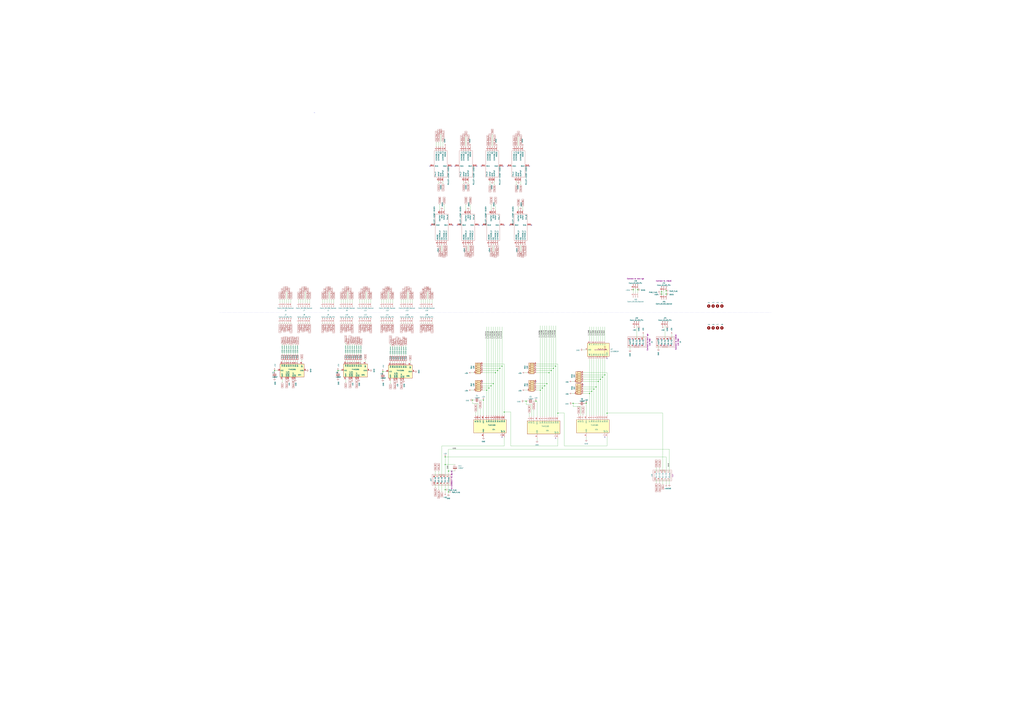
<source format=kicad_sch>
(kicad_sch (version 20230121) (generator eeschema)
  (paper "A0")
  (junction (at 768.35 341.63))
  (junction (at 637.54 433.07))
  (junction (at 687.07 454.66))
  (junction (at 773.43 337.82))
  (junction (at 575.31 433.07))
  (junction (at 645.16 425.45))
  (junction (at 773.43 341.63))
  (junction (at 520.7 547.37))
  (junction (at 548.64 464.82))
  (junction (at 610.87 466.09))
  (junction (at 580.39 427.99))
  (junction (at 697.23 440.69))
  (junction (at 640.08 430.53))
  (junction (at 622.3 466.09))
  (junction (at 735.33 336.55))
  (junction (at 665.48 468.63))
  (junction (at 647.7 480.06))
  (junction (at 318.77 430.53))
  (junction (at 768.35 339.09))
  (junction (at 520.7 571.5))
  (junction (at 692.15 449.58))
  (junction (at 694.69 443.23))
  (junction (at 392.43 430.53))
  (junction (at 567.69 450.85))
  (junction (at 561.34 464.82))
  (junction (at 444.5 431.8))
  (junction (at 632.46 448.31))
  (junction (at 680.72 468.63))
  (junction (at 516.89 530.86))
  (junction (at 570.23 448.31))
  (junction (at 627.38 453.39))
  (junction (at 572.77 445.77))
  (junction (at 689.61 452.12))
  (junction (at 565.15 453.39))
  (junction (at 577.85 430.53))
  (junction (at 516.89 539.75))
  (junction (at 516.89 568.96))
  (junction (at 702.31 435.61))
  (junction (at 704.85 480.06))
  (junction (at 585.47 478.79))
  (junction (at 699.77 438.15))
  (junction (at 642.62 427.99))
  (junction (at 635 445.77))
  (junction (at 582.93 425.45))
  (junction (at 684.53 457.2))
  (junction (at 629.92 450.85))
  (junction (at 740.41 336.55))
  (no_connect (at 585.47 261.62))
  (no_connect (at 499.11 193.04))
  (no_connect (at 704.85 416.56))
  (no_connect (at 553.72 193.04))
  (no_connect (at 746.76 401.32))
  (no_connect (at 524.51 193.04))
  (no_connect (at 584.2 193.04))
  (no_connect (at 530.86 261.62))
  (no_connect (at 589.28 193.04))
  (no_connect (at 735.33 393.7))
  (no_connect (at 528.32 193.04))
  (no_connect (at 558.8 193.04))
  (no_connect (at 560.07 261.62))
  (no_connect (at 768.35 393.7))
  (no_connect (at 768.35 401.32))
  (no_connect (at 556.26 261.62))
  (no_connect (at 775.97 401.32))
  (no_connect (at 779.78 401.32))
  (no_connect (at 560.07 443.23))
  (no_connect (at 772.16 401.32))
  (no_connect (at 676.91 447.04))
  (no_connect (at 702.31 508))
  (no_connect (at 500.38 261.62))
  (no_connect (at 742.95 401.32))
  (no_connect (at 764.54 393.7))
  (no_connect (at 735.33 401.32))
  (no_connect (at 525.78 261.62))
  (no_connect (at 591.82 261.62))
  (no_connect (at 742.95 393.7))
  (no_connect (at 614.68 193.04))
  (no_connect (at 582.93 508))
  (no_connect (at 622.3 443.23))
  (no_connect (at 617.22 261.62))
  (no_connect (at 731.52 393.7))
  (no_connect (at 775.97 393.7))
  (no_connect (at 739.14 401.32))
  (no_connect (at 645.16 509.27))
  (wire (pts (xy 494.03 347.98) (xy 494.03 351.79)))
  (wire (pts (xy 516.89 561.34) (xy 516.89 568.96)))
  (wire (pts (xy 444.5 433.07) (xy 444.5 431.8)))
  (wire (pts (xy 773.43 341.63) (xy 773.43 342.9)))
  (wire (pts (xy 332.74 374.65) (xy 332.74 375.92)))
  (wire (pts (xy 762 556.26) (xy 762 561.34)))
  (wire (pts (xy 619.76 466.09) (xy 622.3 466.09)))
  (wire (pts (xy 694.69 416.56) (xy 694.69 443.23)))
  (wire (pts (xy 453.39 374.65) (xy 453.39 375.92)))
  (wire (pts (xy 655.32 480.06) (xy 655.32 518.16)))
  (wire (pts (xy 379.73 347.98) (xy 379.73 351.79)))
  (wire (pts (xy 468.63 401.32) (xy 468.63 412.75)))
  (wire (pts (xy 349.25 347.98) (xy 349.25 351.79)))
  (wire (pts (xy 453.39 421.64) (xy 453.39 420.37)))
  (wire (pts (xy 520.7 547.37) (xy 528.32 547.37)))
  (wire (pts (xy 450.85 339.09) (xy 450.85 351.79)))
  (wire (pts (xy 448.31 347.98) (xy 448.31 351.79)))
  (wire (pts (xy 560.07 425.45) (xy 582.93 425.45)))
  (wire (pts (xy 325.12 347.98) (xy 325.12 351.79)))
  (wire (pts (xy 356.87 347.98) (xy 356.87 351.79)))
  (wire (pts (xy 461.01 401.32) (xy 461.01 412.75)))
  (wire (pts (xy 560.07 450.85) (xy 567.69 450.85)))
  (wire (pts (xy 543.56 284.48) (xy 543.56 292.1)))
  (wire (pts (xy 622.3 425.45) (xy 645.16 425.45)))
  (wire (pts (xy 455.93 347.98) (xy 455.93 351.79)))
  (wire (pts (xy 640.08 430.53) (xy 640.08 483.87)))
  (wire (pts (xy 582.93 379.73) (xy 582.93 425.45)))
  (wire (pts (xy 416.56 420.37) (xy 416.56 419.1)))
  (wire (pts (xy 337.82 401.32) (xy 337.82 411.48)))
  (wire (pts (xy 546.1 243.84) (xy 546.1 237.49)))
  (wire (pts (xy 327.66 374.65) (xy 327.66 375.92)))
  (wire (pts (xy 455.93 402.59) (xy 455.93 412.75)))
  (wire (pts (xy 684.53 379.73) (xy 684.53 396.24)))
  (wire (pts (xy 609.6 453.39) (xy 612.14 453.39)))
  (wire (pts (xy 463.55 421.64) (xy 463.55 420.37)))
  (wire (pts (xy 585.47 422.91) (xy 585.47 478.79)))
  (wire (pts (xy 496.57 339.09) (xy 496.57 351.79)))
  (wire (pts (xy 318.77 430.53) (xy 322.58 430.53)))
  (wire (pts (xy 387.35 374.65) (xy 387.35 375.92)))
  (wire (pts (xy 408.94 400.05) (xy 408.94 411.48)))
  (wire (pts (xy 575.31 243.84) (xy 575.31 237.49)))
  (wire (pts (xy 622.3 422.91) (xy 647.7 422.91)))
  (wire (pts (xy 499.11 347.98) (xy 499.11 351.79)))
  (wire (pts (xy 557.53 464.82) (xy 561.34 464.82)))
  (wire (pts (xy 572.77 482.6) (xy 572.77 445.77)))
  (wire (pts (xy 417.83 374.65) (xy 417.83 375.92)))
  (wire (pts (xy 740.41 335.28) (xy 740.41 336.55)))
  (wire (pts (xy 664.21 443.23) (xy 666.75 443.23)))
  (wire (pts (xy 478.79 374.65) (xy 478.79 375.92)))
  (wire (pts (xy 340.36 420.37) (xy 340.36 419.1)))
  (wire (pts (xy 444.5 431.8) (xy 448.31 431.8)))
  (wire (pts (xy 560.07 422.91) (xy 585.47 422.91)))
  (wire (pts (xy 560.07 430.53) (xy 577.85 430.53)))
  (wire (pts (xy 637.54 378.46) (xy 637.54 433.07)))
  (wire (pts (xy 635 378.46) (xy 635 445.77)))
  (wire (pts (xy 406.4 374.65) (xy 406.4 375.92)))
  (wire (pts (xy 676.91 440.69) (xy 697.23 440.69)))
  (wire (pts (xy 585.47 508) (xy 585.47 518.16)))
  (wire (pts (xy 513.08 518.16) (xy 585.47 518.16)))
  (wire (pts (xy 408.94 420.37) (xy 408.94 419.1)))
  (wire (pts (xy 379.73 374.65) (xy 379.73 375.92)))
  (wire (pts (xy 384.81 374.65) (xy 384.81 375.92)))
  (wire (pts (xy 635 445.77) (xy 635 483.87)))
  (wire (pts (xy 471.17 401.32) (xy 471.17 412.75)))
  (wire (pts (xy 466.09 402.59) (xy 466.09 412.75)))
  (wire (pts (xy 702.31 416.56) (xy 702.31 435.61)))
  (wire (pts (xy 647.7 518.16) (xy 647.7 509.27)))
  (wire (pts (xy 342.9 420.37) (xy 342.9 419.1)))
  (wire (pts (xy 702.31 435.61) (xy 702.31 482.6)))
  (wire (pts (xy 473.71 374.65) (xy 473.71 375.92)))
  (wire (pts (xy 549.91 433.07) (xy 547.37 433.07)))
  (wire (pts (xy 765.81 543.56) (xy 765.81 548.64)))
  (wire (pts (xy 593.09 518.16) (xy 647.7 518.16)))
  (wire (pts (xy 359.41 374.65) (xy 359.41 375.92)))
  (wire (pts (xy 561.34 464.82) (xy 561.34 482.6)))
  (wire (pts (xy 543.56 213.36) (xy 543.56 210.82)))
  (wire (pts (xy 689.61 452.12) (xy 689.61 482.6)))
  (wire (pts (xy 687.07 379.73) (xy 687.07 396.24)))
  (wire (pts (xy 349.25 374.65) (xy 349.25 375.92)))
  (wire (pts (xy 570.23 243.84) (xy 570.23 237.49)))
  (wire (pts (xy 640.08 378.46) (xy 640.08 430.53)))
  (wire (pts (xy 739.14 378.46) (xy 739.14 393.7)))
  (wire (pts (xy 585.47 478.79) (xy 585.47 482.6)))
  (wire (pts (xy 453.39 400.05) (xy 453.39 412.75)))
  (wire (pts (xy 414.02 420.37) (xy 414.02 419.1)))
  (wire (pts (xy 622.3 445.77) (xy 635 445.77)))
  (wire (pts (xy 645.16 378.46) (xy 645.16 425.45)))
  (wire (pts (xy 572.77 292.1) (xy 572.77 284.48)))
  (wire (pts (xy 455.93 374.65) (xy 455.93 375.92)))
  (wire (pts (xy 610.87 469.9) (xy 617.22 469.9)))
  (wire (pts (xy 557.53 474.98) (xy 557.53 482.6)))
  (wire (pts (xy 666.75 457.2) (xy 664.21 457.2)))
  (wire (pts (xy 601.98 243.84) (xy 601.98 240.03)))
  (wire (pts (xy 622.3 430.53) (xy 640.08 430.53)))
  (wire (pts (xy 704.85 518.16) (xy 655.32 518.16)))
  (wire (pts (xy 769.62 480.06) (xy 769.62 548.64)))
  (wire (pts (xy 655.32 480.06) (xy 647.7 480.06)))
  (wire (pts (xy 687.07 416.56) (xy 687.07 454.66)))
  (wire (pts (xy 704.85 433.07) (xy 704.85 480.06)))
  (wire (pts (xy 327.66 420.37) (xy 327.66 419.1)))
  (wire (pts (xy 471.17 347.98) (xy 471.17 351.79)))
  (wire (pts (xy 697.23 440.69) (xy 697.23 482.6)))
  (wire (pts (xy 704.85 518.16) (xy 704.85 508)))
  (wire (pts (xy 541.02 243.84) (xy 541.02 237.49)))
  (wire (pts (xy 676.91 457.2) (xy 684.53 457.2)))
  (wire (pts (xy 327.66 347.98) (xy 327.66 351.79)))
  (wire (pts (xy 516.89 530.86) (xy 516.89 539.75)))
  (wire (pts (xy 340.36 400.05) (xy 340.36 411.48)))
  (wire (pts (xy 471.17 421.64) (xy 471.17 420.37)))
  (wire (pts (xy 676.91 452.12) (xy 689.61 452.12)))
  (wire (pts (xy 430.53 347.98) (xy 430.53 351.79)))
  (wire (pts (xy 687.07 454.66) (xy 687.07 482.6)))
  (wire (pts (xy 773.43 530.86) (xy 773.43 548.64)))
  (wire (pts (xy 538.48 210.82) (xy 538.48 213.36)))
  (wire (pts (xy 419.1 401.32) (xy 419.1 411.48)))
  (wire (pts (xy 422.91 374.65) (xy 422.91 375.92)))
  (wire (pts (xy 377.19 374.65) (xy 377.19 375.92)))
  (wire (pts (xy 623.57 466.09) (xy 623.57 483.87)))
  (wire (pts (xy 604.52 292.1) (xy 604.52 284.48)))
  (wire (pts (xy 514.35 210.82) (xy 514.35 213.36)))
  (wire (pts (xy 406.4 347.98) (xy 406.4 351.79)))
  (wire (pts (xy 382.27 339.09) (xy 382.27 351.79)))
  (wire (pts (xy 699.77 416.56) (xy 699.77 438.15)))
  (wire (pts (xy 694.69 379.73) (xy 694.69 396.24)))
  (wire (pts (xy 692.15 416.56) (xy 692.15 449.58)))
  (wire (pts (xy 582.93 425.45) (xy 582.93 482.6)))
  (wire (pts (xy 420.37 347.98) (xy 420.37 351.79)))
  (wire (pts (xy 560.07 453.39) (xy 565.15 453.39)))
  (wire (pts (xy 520.7 521.97) (xy 520.7 547.37)))
  (wire (pts (xy 382.27 374.65) (xy 382.27 375.92)))
  (wire (pts (xy 406.4 400.05) (xy 406.4 411.48)))
  (wire (pts (xy 384.81 347.98) (xy 384.81 351.79)))
  (wire (pts (xy 768.35 337.82) (xy 768.35 339.09)))
  (wire (pts (xy 702.31 379.73) (xy 702.31 396.24)))
  (wire (pts (xy 680.72 468.63) (xy 680.72 482.6)))
  (wire (pts (xy 574.04 214.63) (xy 574.04 210.82)))
  (wire (pts (xy 337.82 347.98) (xy 337.82 351.79)))
  (wire (pts (xy 676.91 481.33) (xy 676.91 482.6)))
  (wire (pts (xy 768.35 339.09) (xy 768.35 341.63)))
  (wire (pts (xy 516.89 539.75) (xy 528.32 539.75)))
  (wire (pts (xy 548.64 464.82) (xy 548.64 468.63)))
  (wire (pts (xy 342.9 400.05) (xy 342.9 411.48)))
  (wire (pts (xy 396.24 374.65) (xy 396.24 375.92)))
  (wire (pts (xy 769.62 556.26) (xy 769.62 562.61)))
  (wire (pts (xy 676.91 454.66) (xy 687.07 454.66)))
  (wire (pts (xy 737.87 335.28) (xy 737.87 340.36)))
  (wire (pts (xy 445.77 374.65) (xy 445.77 375.92)))
  (wire (pts (xy 568.96 210.82) (xy 568.96 214.63)))
  (wire (pts (xy 629.92 378.46) (xy 629.92 450.85)))
  (wire (pts (xy 458.47 421.64) (xy 458.47 420.37)))
  (wire (pts (xy 676.91 438.15) (xy 699.77 438.15)))
  (wire (pts (xy 767.08 339.09) (xy 768.35 339.09)))
  (wire (pts (xy 466.09 347.98) (xy 466.09 351.79)))
  (wire (pts (xy 468.63 347.98) (xy 468.63 351.79)))
  (wire (pts (xy 471.17 374.65) (xy 471.17 375.92)))
  (wire (pts (xy 622.3 453.39) (xy 627.38 453.39)))
  (wire (pts (xy 414.02 401.32) (xy 414.02 411.48)))
  (wire (pts (xy 647.7 422.91) (xy 647.7 480.06)))
  (wire (pts (xy 488.95 374.65) (xy 488.95 375.92)))
  (wire (pts (xy 330.2 401.32) (xy 330.2 411.48)))
  (wire (pts (xy 515.62 243.84) (xy 515.62 237.49)))
  (wire (pts (xy 356.87 374.65) (xy 356.87 375.92)))
  (wire (pts (xy 676.91 443.23) (xy 694.69 443.23)))
  (wire (pts (xy 622.3 433.07) (xy 637.54 433.07)))
  (wire (pts (xy 699.77 438.15) (xy 699.77 482.6)))
  (wire (pts (xy 689.61 416.56) (xy 689.61 452.12)))
  (wire (pts (xy 704.85 480.06) (xy 769.62 480.06)))
  (wire (pts (xy 684.53 457.2) (xy 684.53 482.6)))
  (wire (pts (xy 450.85 374.65) (xy 450.85 375.92)))
  (wire (pts (xy 346.71 374.65) (xy 346.71 375.92)))
  (wire (pts (xy 473.71 339.09) (xy 473.71 351.79)))
  (wire (pts (xy 516.89 568.96) (xy 516.89 572.77)))
  (wire (pts (xy 575.31 379.73) (xy 575.31 433.07)))
  (wire (pts (xy 509.27 210.82) (xy 509.27 213.36)))
  (wire (pts (xy 425.45 374.65) (xy 425.45 375.92)))
  (wire (pts (xy 604.52 210.82) (xy 604.52 214.63)))
  (wire (pts (xy 392.43 430.53) (xy 396.24 430.53)))
  (wire (pts (xy 773.43 337.82) (xy 773.43 341.63)))
  (wire (pts (xy 401.32 398.78) (xy 401.32 411.48)))
  (wire (pts (xy 647.7 480.06) (xy 647.7 483.87)))
  (wire (pts (xy 572.77 379.73) (xy 572.77 445.77)))
  (wire (pts (xy 735.33 335.28) (xy 735.33 336.55)))
  (wire (pts (xy 403.86 374.65) (xy 403.86 375.92)))
  (wire (pts (xy 427.99 374.65) (xy 427.99 375.92)))
  (wire (pts (xy 731.52 406.4) (xy 731.52 401.32)))
  (wire (pts (xy 552.45 482.6) (xy 552.45 478.79)))
  (wire (pts (xy 520.7 547.37) (xy 520.7 553.72)))
  (wire (pts (xy 567.69 379.73) (xy 567.69 450.85)))
  (wire (pts (xy 337.82 420.37) (xy 337.82 419.1)))
  (wire (pts (xy 679.45 468.63) (xy 680.72 468.63)))
  (wire (pts (xy 610.87 466.09) (xy 610.87 469.9)))
  (wire (pts (xy 416.56 400.05) (xy 416.56 411.48)))
  (wire (pts (xy 420.37 374.65) (xy 420.37 375.92)))
  (wire (pts (xy 443.23 374.65) (xy 443.23 375.92)))
  (wire (pts (xy 427.99 347.98) (xy 427.99 351.79)))
  (wire (pts (xy 463.55 401.32) (xy 463.55 412.75)))
  (wire (pts (xy 610.87 466.09) (xy 612.14 466.09)))
  (wire (pts (xy 607.06 243.84) (xy 607.06 240.03)))
  (wire (pts (xy 560.07 433.07) (xy 575.31 433.07)))
  (wire (pts (xy 422.91 347.98) (xy 422.91 351.79)))
  (wire (pts (xy 676.91 449.58) (xy 692.15 449.58)))
  (wire (pts (xy 577.85 379.73) (xy 577.85 430.53)))
  (wire (pts (xy 398.78 347.98) (xy 398.78 351.79)))
  (wire (pts (xy 704.85 480.06) (xy 704.85 482.6)))
  (wire (pts (xy 458.47 401.32) (xy 458.47 412.75)))
  (wire (pts (xy 674.37 482.6) (xy 674.37 472.44)))
  (wire (pts (xy 623.57 511.81) (xy 623.57 509.27)))
  (wire (pts (xy 779.78 393.7) (xy 779.78 388.62)))
  (polyline (pts (xy 364.49 130.81) (xy 365.76 130.81)))
  (wire (pts (xy 777.24 556.26) (xy 777.24 562.61)))
  (wire (pts (xy 345.44 420.37) (xy 345.44 419.1)))
  (wire (pts (xy 403.86 420.37) (xy 403.86 419.1)))
  (wire (pts (xy 496.57 374.65) (xy 496.57 375.92)))
  (wire (pts (xy 506.73 165.1) (xy 506.73 170.18)))
  (wire (pts (xy 548.64 468.63) (xy 554.99 468.63)))
  (wire (pts (xy 762 543.56) (xy 762 548.64)))
  (wire (pts (xy 408.94 374.65) (xy 408.94 375.92)))
  (wire (pts (xy 547.37 453.39) (xy 549.91 453.39)))
  (wire (pts (xy 327.66 400.05) (xy 327.66 411.48)))
  (wire (pts (xy 499.11 374.65) (xy 499.11 375.92)))
  (wire (pts (xy 461.01 421.64) (xy 461.01 420.37)))
  (wire (pts (xy 765.81 556.26) (xy 765.81 561.34)))
  (wire (pts (xy 374.65 374.65) (xy 374.65 375.92)))
  (wire (pts (xy 408.94 347.98) (xy 408.94 351.79)))
  (wire (pts (xy 689.61 379.73) (xy 689.61 396.24)))
  (wire (pts (xy 632.46 378.46) (xy 632.46 448.31)))
  (wire (pts (xy 509.27 561.34) (xy 509.27 568.96)))
  (wire (pts (xy 425.45 339.09) (xy 425.45 351.79)))
  (wire (pts (xy 345.44 401.32) (xy 345.44 411.48)))
  (wire (pts (xy 735.33 336.55) (xy 735.33 340.36)))
  (wire (pts (xy 374.65 347.98) (xy 374.65 351.79)))
  (wire (pts (xy 676.91 406.4) (xy 679.45 406.4)))
  (wire (pts (xy 671.83 482.6) (xy 671.83 481.33)))
  (wire (pts (xy 491.49 347.98) (xy 491.49 351.79)))
  (wire (pts (xy 617.22 469.9) (xy 617.22 483.87)))
  (wire (pts (xy 567.69 450.85) (xy 567.69 482.6)))
  (wire (pts (xy 580.39 427.99) (xy 580.39 482.6)))
  (wire (pts (xy 445.77 347.98) (xy 445.77 351.79)))
  (wire (pts (xy 398.78 374.65) (xy 398.78 375.92)))
  (wire (pts (xy 401.32 420.37) (xy 401.32 419.1)))
  (wire (pts (xy 318.77 431.8) (xy 318.77 430.53)))
  (wire (pts (xy 697.23 416.56) (xy 697.23 440.69)))
  (wire (pts (xy 676.91 433.07) (xy 704.85 433.07)))
  (wire (pts (xy 330.2 374.65) (xy 330.2 375.92)))
  (wire (pts (xy 516.89 539.75) (xy 516.89 553.72)))
  (wire (pts (xy 697.23 379.73) (xy 697.23 396.24)))
  (wire (pts (xy 513.08 561.34) (xy 513.08 571.5)))
  (wire (pts (xy 768.35 341.63) (xy 768.35 342.9)))
  (wire (pts (xy 332.74 420.37) (xy 332.74 419.1)))
  (wire (pts (xy 401.32 444.5) (xy 401.32 440.69)))
  (wire (pts (xy 468.63 421.64) (xy 468.63 420.37)))
  (wire (pts (xy 351.79 347.98) (xy 351.79 351.79)))
  (wire (pts (xy 554.99 468.63) (xy 554.99 482.6)))
  (wire (pts (xy 520.7 561.34) (xy 520.7 571.5)))
  (wire (pts (xy 401.32 374.65) (xy 401.32 375.92)))
  (wire (pts (xy 570.23 448.31) (xy 570.23 482.6)))
  (wire (pts (xy 491.49 374.65) (xy 491.49 375.92)))
  (wire (pts (xy 330.2 420.37) (xy 330.2 419.1)))
  (wire (pts (xy 770.89 337.82) (xy 770.89 342.9)))
  (wire (pts (xy 645.16 425.45) (xy 645.16 483.87)))
  (wire (pts (xy 332.74 339.09) (xy 332.74 351.79)))
  (wire (pts (xy 478.79 347.98) (xy 478.79 351.79)))
  (wire (pts (xy 351.79 374.65) (xy 351.79 375.92)))
  (wire (pts (xy 476.25 421.64) (xy 476.25 419.1)))
  (wire (pts (xy 505.46 547.37) (xy 505.46 553.72)))
  (wire (pts (xy 764.54 405.13) (xy 764.54 401.32)))
  (wire (pts (xy 565.15 379.73) (xy 565.15 453.39)))
  (wire (pts (xy 354.33 339.09) (xy 354.33 351.79)))
  (wire (pts (xy 622.3 450.85) (xy 629.92 450.85)))
  (wire (pts (xy 609.6 433.07) (xy 612.14 433.07)))
  (wire (pts (xy 577.85 482.6) (xy 577.85 430.53)))
  (wire (pts (xy 674.37 472.44) (xy 665.48 472.44)))
  (wire (pts (xy 575.31 433.07) (xy 575.31 482.6)))
  (wire (pts (xy 680.72 468.63) (xy 680.72 464.82)))
  (wire (pts (xy 396.24 347.98) (xy 396.24 351.79)))
  (wire (pts (xy 773.43 556.26) (xy 773.43 562.61)))
  (wire (pts (xy 401.32 347.98) (xy 401.32 351.79)))
  (wire (pts (xy 476.25 347.98) (xy 476.25 351.79)))
  (wire (pts (xy 453.39 347.98) (xy 453.39 351.79)))
  (wire (pts (xy 488.95 347.98) (xy 488.95 351.79)))
  (wire (pts (xy 494.03 374.65) (xy 494.03 375.92)))
  (wire (pts (xy 516.89 530.86) (xy 773.43 530.86)))
  (wire (pts (xy 627.38 378.46) (xy 627.38 453.39)))
  (wire (pts (xy 692.15 379.73) (xy 692.15 396.24)))
  (wire (pts (xy 476.25 374.65) (xy 476.25 375.92)))
  (wire (pts (xy 330.2 347.98) (xy 330.2 351.79)))
  (polyline (pts (xy 255.27 363.22) (xy 895.35 363.22)) (stroke (width 0) (type dot)))
  (wire (pts (xy 453.39 445.77) (xy 453.39 441.96)))
  (wire (pts (xy 430.53 374.65) (xy 430.53 375.92)))
  (wire (pts (xy 671.83 468.63) (xy 665.48 468.63)))
  (wire (pts (xy 680.72 508) (xy 680.72 510.54)))
  (wire (pts (xy 619.76 476.25) (xy 619.76 483.87)))
  (wire (pts (xy 627.38 453.39) (xy 627.38 483.87)))
  (wire (pts (xy 346.71 347.98) (xy 346.71 351.79)))
  (wire (pts (xy 327.66 444.5) (xy 327.66 440.69)))
  (wire (pts (xy 335.28 374.65) (xy 335.28 375.92)))
  (wire (pts (xy 466.09 421.64) (xy 466.09 420.37)))
  (wire (pts (xy 510.54 243.84) (xy 510.54 237.49)))
  (wire (pts (xy 505.46 561.34) (xy 505.46 566.42)))
  (wire (pts (xy 772.16 378.46) (xy 772.16 393.7)))
  (wire (pts (xy 403.86 401.32) (xy 403.86 411.48)))
  (wire (pts (xy 642.62 427.99) (xy 642.62 483.87)))
  (wire (pts (xy 350.52 420.37) (xy 350.52 417.83)))
  (wire (pts (xy 746.76 393.7) (xy 746.76 388.62)))
  (wire (pts (xy 520.7 521.97) (xy 777.24 521.97)))
  (wire (pts (xy 684.53 416.56) (xy 684.53 457.2)))
  (wire (pts (xy 335.28 400.05) (xy 335.28 411.48)))
  (wire (pts (xy 601.98 158.75) (xy 601.98 170.18)))
  (wire (pts (xy 665.48 468.63) (xy 665.48 472.44)))
  (wire (pts (xy 642.62 378.46) (xy 642.62 427.99)))
  (wire (pts (xy 514.35 165.1) (xy 514.35 170.18)))
  (wire (pts (xy 455.93 421.64) (xy 455.93 420.37)))
  (wire (pts (xy 509.27 547.37) (xy 509.27 553.72)))
  (wire (pts (xy 571.5 156.21) (xy 571.5 170.18)))
  (wire (pts (xy 387.35 347.98) (xy 387.35 351.79)))
  (wire (pts (xy 629.92 450.85) (xy 629.92 483.87)))
  (wire (pts (xy 560.07 427.99) (xy 580.39 427.99)))
  (wire (pts (xy 325.12 374.65) (xy 325.12 375.92)))
  (wire (pts (xy 541.02 170.18) (xy 541.02 158.75)))
  (wire (pts (xy 565.15 453.39) (xy 565.15 482.6)))
  (wire (pts (xy 560.07 448.31) (xy 570.23 448.31)))
  (wire (pts (xy 614.68 483.87) (xy 614.68 480.06)))
  (wire (pts (xy 392.43 431.8) (xy 392.43 430.53)))
  (wire (pts (xy 637.54 433.07) (xy 637.54 483.87)))
  (wire (pts (xy 694.69 443.23) (xy 694.69 482.6)))
  (wire (pts (xy 511.81 156.21) (xy 511.81 170.18)))
  (wire (pts (xy 676.91 435.61) (xy 702.31 435.61)))
  (wire (pts (xy 335.28 420.37) (xy 335.28 419.1)))
  (wire (pts (xy 448.31 374.65) (xy 448.31 375.92)))
  (wire (pts (xy 632.46 448.31) (xy 632.46 483.87)))
  (wire (pts (xy 585.47 478.79) (xy 593.09 478.79)))
  (wire (pts (xy 468.63 374.65) (xy 468.63 375.92)))
  (wire (pts (xy 424.18 420.37) (xy 424.18 417.83)))
  (wire (pts (xy 332.74 400.05) (xy 332.74 411.48)))
  (wire (pts (xy 359.41 347.98) (xy 359.41 351.79)))
  (wire (pts (xy 403.86 339.09) (xy 403.86 351.79)))
  (wire (pts (xy 599.44 210.82) (xy 599.44 214.63)))
  (wire (pts (xy 443.23 347.98) (xy 443.23 351.79)))
  (wire (pts (xy 740.41 336.55) (xy 740.41 340.36)))
  (wire (pts (xy 509.27 165.1) (xy 509.27 170.18)))
  (wire (pts (xy 692.15 449.58) (xy 692.15 482.6)))
  (wire (pts (xy 699.77 379.73) (xy 699.77 396.24)))
  (wire (pts (xy 501.65 347.98) (xy 501.65 351.79)))
  (wire (pts (xy 593.09 478.79) (xy 593.09 518.16)))
  (wire (pts (xy 337.82 374.65) (xy 337.82 375.92)))
  (wire (pts (xy 417.83 347.98) (xy 417.83 351.79)))
  (wire (pts (xy 377.19 347.98) (xy 377.19 351.79)))
  (wire (pts (xy 513.08 518.16) (xy 513.08 553.72)))
  (wire (pts (xy 335.28 347.98) (xy 335.28 351.79)))
  (wire (pts (xy 411.48 400.05) (xy 411.48 411.48)))
  (wire (pts (xy 665.48 468.63) (xy 664.21 468.63)))
  (wire (pts (xy 580.39 379.73) (xy 580.39 427.99)))
  (wire (pts (xy 513.08 284.48) (xy 513.08 292.1)))
  (wire (pts (xy 520.7 571.5) (xy 520.7 574.04)))
  (wire (pts (xy 406.4 420.37) (xy 406.4 419.1)))
  (wire (pts (xy 354.33 374.65) (xy 354.33 375.92)))
  (wire (pts (xy 777.24 521.97) (xy 777.24 548.64)))
  (wire (pts (xy 501.65 374.65) (xy 501.65 375.92)))
  (wire (pts (xy 411.48 420.37) (xy 411.48 419.1)))
  (wire (pts (xy 608.33 466.09) (xy 610.87 466.09)))
  (wire (pts (xy 570.23 379.73) (xy 570.23 448.31)))
  (wire (pts (xy 622.3 427.99) (xy 642.62 427.99)))
  (wire (pts (xy 419.1 420.37) (xy 419.1 419.1)))
  (wire (pts (xy 466.09 374.65) (xy 466.09 375.92)))
  (wire (pts (xy 548.64 464.82) (xy 549.91 464.82)))
  (wire (pts (xy 622.3 466.09) (xy 623.57 466.09)))
  (wire (pts (xy 560.07 445.77) (xy 572.77 445.77)))
  (wire (pts (xy 622.3 448.31) (xy 632.46 448.31)))
  (label "C_SW6" (at 689.61 383.54 270))
  (label "C_ENC6A" (at 637.54 383.54 270))
  (label "C_ENC4A" (at 565.15 384.81 270))
  (label "C_ENC3B" (at 572.77 384.81 270))
  (label "C_ENC4B" (at 567.69 384.81 270))
  (label "C_SW1" (at 702.31 383.54 270))
  (label "C_ENC2A" (at 575.31 384.81 270))
  (label "C_SW7" (at 687.07 383.54 270))
  (label "C_SW2" (at 699.77 383.54 270))
  (label "C_SW8" (at 684.53 383.54 270))
  (label "GND" (at 529.59 521.97 180))
  (label "C_SW5" (at 692.15 389.89 90))
  (label "C_ENC5B" (at 645.16 383.54 270))
  (label "C_ENC8B" (at 629.92 383.54 270))
  (label "C_ENC1B" (at 582.93 384.81 270))
  (label "C_SW4" (at 694.69 383.54 270))
  (label "C_ENC6B" (at 640.08 383.54 270))
  (label "GND" (at 520.7 544.83 90))
  (label "C_ENC8A" (at 627.38 383.54 270))
  (label "C_ENC7A" (at 632.46 383.54 270))
  (label "GND" (at 777.24 542.29 90))
  (label "C_ENC3A" (at 570.23 384.81 270))
  (label "C_ENC1A" (at 580.39 384.81 270))
  (label "C_ENC2B" (at 577.85 384.81 270))
  (label "C_ENC7B" (at 635 383.54 270))
  (label "C_ENC5A" (at 642.62 383.54 270))
  (label "C_SW3" (at 697.23 383.54 270))
  (global_label "Dout_RC" (shape input) (at 505.46 566.42 270) (property "Intersheetrefs" "${INTERSHEET_REFS}" (effects hide)))
  (global_label "Green_7" (shape input) (at 471.17 375.92 270) (property "Intersheetrefs" "${INTERSHEET_REFS}" (effects hide)))
  (global_label "Green_4" (shape input) (at 401.32 375.92 270) (property "Intersheetrefs" "${INTERSHEET_REFS}" (effects hide)))
  (global_label "Dout_RC" (shape input) (at 466.09 441.96 270) (property "Intersheetrefs" "${INTERSHEET_REFS}" (effects hide)))
  (global_label "ENC_Blue_4" (shape input) (at 604.52 170.18 90) (property "Intersheetrefs" "${INTERSHEET_REFS}" (effects hide)))
  (global_label "ENC_Green_5" (shape input) (at 515.62 284.48 270) (property "Intersheetrefs" "${INTERSHEET_REFS}" (effects hide)))
  (global_label "SC4" (shape input) (at 769.62 562.61 270) (property "Intersheetrefs" "${INTERSHEET_REFS}" (effects hide)))
  (global_label "ENC6B" (shape input) (at 455.93 347.98 90) (property "Intersheetrefs" "${INTERSHEET_REFS}" (effects hide)))
  (global_label "ENC_Red_7" (shape input) (at 577.85 284.48 270) (property "Intersheetrefs" "${INTERSHEET_REFS}" (effects hide)))
  (global_label "ENC2B" (shape input) (at 359.41 347.98 90) (property "Intersheetrefs" "${INTERSHEET_REFS}" (effects hide)))
  (global_label "SW2" (shape input) (at 354.33 339.09 90) (property "Intersheetrefs" "${INTERSHEET_REFS}" (effects hide)))
  (global_label "ENC_Red_4" (shape input) (at 398.78 347.98 90) (property "Intersheetrefs" "${INTERSHEET_REFS}" (effects hide)))
  (global_label "Green_6" (shape input) (at 453.39 400.05 90) (property "Intersheetrefs" "${INTERSHEET_REFS}" (effects hide)))
  (global_label "Blue_2" (shape input) (at 356.87 375.92 270) (property "Intersheetrefs" "${INTERSHEET_REFS}" (effects hide)))
  (global_label "SC4" (shape input) (at 476.25 419.1 90) (property "Intersheetrefs" "${INTERSHEET_REFS}" (effects hide)))
  (global_label "Dout_RC" (shape input) (at 414.02 440.69 270) (property "Intersheetrefs" "${INTERSHEET_REFS}" (effects hide)))
  (global_label "SC2" (shape input) (at 401.32 444.5 270) (property "Intersheetrefs" "${INTERSHEET_REFS}" (effects hide)))
  (global_label "ENC8B" (shape input) (at 501.65 347.98 90) (property "Intersheetrefs" "${INTERSHEET_REFS}" (effects hide)))
  (global_label "SW8" (shape input) (at 604.52 292.1 270) (property "Intersheetrefs" "${INTERSHEET_REFS}" (effects hide)))
  (global_label "ENC7B" (shape input) (at 478.79 347.98 90) (property "Intersheetrefs" "${INTERSHEET_REFS}" (effects hide)))
  (global_label "ENC_Green_4" (shape input) (at 599.44 170.18 90) (property "Intersheetrefs" "${INTERSHEET_REFS}" (effects hide)))
  (global_label "ENC_Blue_5" (shape input) (at 510.54 284.48 270) (property "Intersheetrefs" "${INTERSHEET_REFS}" (effects hide)))
  (global_label "Green_5" (shape input) (at 414.02 401.32 90) (property "Intersheetrefs" "${INTERSHEET_REFS}" (effects hide)))
  (global_label "ENC8B" (shape input) (at 601.98 240.03 90) (property "Intersheetrefs" "${INTERSHEET_REFS}" (effects hide)))
  (global_label "Red_5" (shape input) (at 411.48 400.05 90) (property "Intersheetrefs" "${INTERSHEET_REFS}" (effects hide)))
  (global_label "ENC_Green_8" (shape input) (at 494.03 347.98 90) (property "Intersheetrefs" "${INTERSHEET_REFS}" (effects hide)))
  (global_label "C_ENC7B" (shape input) (at 478.79 375.92 270) (property "Intersheetrefs" "${INTERSHEET_REFS}" (effects hide)))
  (global_label "ENC_Red_6" (shape input) (at 445.77 347.98 90) (property "Intersheetrefs" "${INTERSHEET_REFS}" (effects hide)))
  (global_label "DIN_RC" (shape input) (at 614.68 480.06 90) (property "Intersheetrefs" "${INTERSHEET_REFS}" (effects hide)))
  (global_label "Green_4" (shape input) (at 406.4 400.05 90) (property "Intersheetrefs" "${INTERSHEET_REFS}" (effects hide)))
  (global_label "DIN_RC" (shape input) (at 671.83 481.33 90) (property "Intersheetrefs" "${INTERSHEET_REFS}" (effects hide)))
  (global_label "SW6" (shape input) (at 543.56 292.1 270) (property "Intersheetrefs" "${INTERSHEET_REFS}" (effects hide)))
  (global_label "SW3" (shape input) (at 382.27 339.09 90) (property "Intersheetrefs" "${INTERSHEET_REFS}" (effects hide)))
  (global_label "ENC_Green_3" (shape input) (at 568.96 170.18 90) (property "Intersheetrefs" "${INTERSHEET_REFS}" (effects hide)))
  (global_label "Green_3" (shape input) (at 345.44 401.32 90) (property "Intersheetrefs" "${INTERSHEET_REFS}" (effects hide)))
  (global_label "C_ENC2A" (shape input) (at 346.71 375.92 270) (property "Intersheetrefs" "${INTERSHEET_REFS}" (effects hide)))
  (global_label "Blue_4" (shape input) (at 408.94 400.05 90) (property "Intersheetrefs" "${INTERSHEET_REFS}" (effects hide)))
  (global_label "Red_8" (shape input) (at 466.09 402.59 90) (property "Intersheetrefs" "${INTERSHEET_REFS}" (effects hide)))
  (global_label "C_ENC3B" (shape input) (at 387.35 375.92 270) (property "Intersheetrefs" "${INTERSHEET_REFS}" (effects hide)))
  (global_label "ENC_Green_1" (shape input) (at 330.2 347.98 90) (property "Intersheetrefs" "${INTERSHEET_REFS}" (effects hide)))
  (global_label "C_ENC8A" (shape input) (at 488.95 375.92 270) (property "Intersheetrefs" "${INTERSHEET_REFS}" (effects hide)))
  (global_label "SC1" (shape input) (at 513.08 571.5 270) (property "Intersheetrefs" "${INTERSHEET_REFS}" (effects hide)))
  (global_label "Red_7" (shape input) (at 458.47 401.32 90) (property "Intersheetrefs" "${INTERSHEET_REFS}" (effects hide)))
  (global_label "ENC_Blue_2" (shape input) (at 543.56 170.18 90) (property "Intersheetrefs" "${INTERSHEET_REFS}" (effects hide)))
  (global_label "C_SW3" (shape input) (at 382.27 375.92 270) (property "Intersheetrefs" "${INTERSHEET_REFS}" (effects hide)))
  (global_label "C_ENC3A" (shape input) (at 374.65 375.92 270) (property "Intersheetrefs" "${INTERSHEET_REFS}" (effects hide)))
  (global_label "ENC_Red_2" (shape input) (at 535.94 170.18 90) (property "Intersheetrefs" "${INTERSHEET_REFS}" (effects hide)))
  (global_label "Green_3" (shape input) (at 379.73 375.92 270) (property "Intersheetrefs" "${INTERSHEET_REFS}" (effects hide)))
  (global_label "ENC_Green_1" (shape input) (at 509.27 165.1 90) (property "Intersheetrefs" "${INTERSHEET_REFS}" (effects hide)))
  (global_label "Blue_3" (shape input) (at 384.81 375.92 270) (property "Intersheetrefs" "${INTERSHEET_REFS}" (effects hide)))
  (global_label "Red_6" (shape input) (at 445.77 375.92 270) (property "Intersheetrefs" "${INTERSHEET_REFS}" (effects hide)))
  (global_label "ENC_Blue_7" (shape input) (at 476.25 347.98 90) (property "Intersheetrefs" "${INTERSHEET_REFS}" (effects hide)))
  (global_label "ENC8A" (shape input) (at 488.95 347.98 90) (property "Intersheetrefs" "${INTERSHEET_REFS}" (effects hide)))
  (global_label "C_SW8" (shape input) (at 496.57 375.92 270) (property "Intersheetrefs" "${INTERSHEET_REFS}" (effects hide)))
  (global_label "Blue_5" (shape input) (at 416.56 400.05 90) (property "Intersheetrefs" "${INTERSHEET_REFS}" (effects hide)))
  (global_label "C_ENC4B" (shape input) (at 408.94 375.92 270) (property "Intersheetrefs" "${INTERSHEET_REFS}" (effects hide)))
  (global_label "Green_8" (shape input) (at 494.03 375.92 270) (property "Intersheetrefs" "${INTERSHEET_REFS}" (effects hide)))
  (global_label "Red_5" (shape input) (at 420.37 375.92 270) (property "Intersheetrefs" "${INTERSHEET_REFS}" (effects hide)))
  (global_label "Red_2" (shape input) (at 335.28 400.05 90) (property "Intersheetrefs" "${INTERSHEET_REFS}" (effects hide)))
  (global_label "Red_7" (shape input) (at 468.63 375.92 270) (property "Intersheetrefs" "${INTERSHEET_REFS}" (effects hide)))
  (global_label "C_SW2" (shape input) (at 354.33 375.92 270) (property "Intersheetrefs" "${INTERSHEET_REFS}" (effects hide)))
  (global_label "ENC3B" (shape input) (at 387.35 347.98 90) (property "Intersheetrefs" "${INTERSHEET_REFS}" (effects hide)))
  (global_label "C_ENC8B" (shape input) (at 501.65 375.92 270) (property "Intersheetrefs" "${INTERSHEET_REFS}" (effects hide)))
  (global_label "ENC_Red_8" (shape input) (at 609.6 284.48 270) (property "Intersheetrefs" "${INTERSHEET_REFS}" (effects hide)))
  (global_label "ENC6A" (shape input) (at 546.1 237.49 90) (property "Intersheetrefs" "${INTERSHEET_REFS}" (effects hide)))
  (global_label "Blue_8" (shape input) (at 499.11 375.92 270) (property "Intersheetrefs" "${INTERSHEET_REFS}" (effects hide)))
  (global_label "Red_4" (shape input) (at 403.86 401.32 90) (property "Intersheetrefs" "${INTERSHEET_REFS}" (effects hide)))
  (global_label "Red_3" (shape input) (at 377.19 375.92 270) (property "Intersheetrefs" "${INTERSHEET_REFS}" (effects hide)))
  (global_label "ENC_Red_3" (shape input) (at 377.19 347.98 90) (property "Intersheetrefs" "${INTERSHEET_REFS}" (effects hide)))
  (global_label "DIN_SC" (shape input) (at 765.81 543.56 90) (property "Intersheetrefs" "${INTERSHEET_REFS}" (effects hide)))
  (global_label "ENC3A" (shape input) (at 374.65 347.98 90) (property "Intersheetrefs" "${INTERSHEET_REFS}" (effects hide)))
  (global_label "C_ENC5A" (shape input) (at 417.83 375.92 270) (property "Intersheetrefs" "${INTERSHEET_REFS}" (effects hide)))
  (global_label "C_ENC1A" (shape input) (at 325.12 375.92 270) (property "Intersheetrefs" "${INTERSHEET_REFS}" (effects hide)))
  (global_label "ENC_Green_2" (shape input) (at 351.79 347.98 90) (property "Intersheetrefs" "${INTERSHEET_REFS}" (effects hide)))
  (global_label "ENC_Red_7" (shape input) (at 468.63 347.98 90) (property "Intersheetrefs" "${INTERSHEET_REFS}" (effects hide)))
  (global_label "ENC_Green_2" (shape input) (at 538.48 170.18 90) (property "Intersheetrefs" "${INTERSHEET_REFS}" (effects hide)))
  (global_label "ENC7B" (shape input) (at 570.23 237.49 90) (property "Intersheetrefs" "${INTERSHEET_REFS}" (effects hide)))
  (global_label "Blue_1" (shape input) (at 335.28 375.92 270) (property "Intersheetrefs" "${INTERSHEET_REFS}" (effects hide)))
  (global_label "Green_5" (shape input) (at 422.91 375.92 270) (property "Intersheetrefs" "${INTERSHEET_REFS}" (effects hide)))
  (global_label "SC3" (shape input) (at 424.18 417.83 90) (property "Intersheetrefs" "${INTERSHEET_REFS}" (effects hide)))
  (global_label "ENC_Red_2" (shape input) (at 349.25 347.98 90) (property "Intersheetrefs" "${INTERSHEET_REFS}" (effects hide)))
  (global_label "ENC6A" (shape input) (at 443.23 347.98 90) (property "Intersheetrefs" "${INTERSHEET_REFS}" (effects hide)))
  (global_label "ENC3A" (shape input) (at 568.96 214.63 270) (property "Intersheetrefs" "${INTERSHEET_REFS}" (effects hide)))
  (global_label "ENC_Green_4" (shape input) (at 401.32 347.98 90) (property "Intersheetrefs" "${INTERSHEET_REFS}" (effects hide)))
  (global_label "C_ENC6A" (shape input) (at 443.23 375.92 270) (property "Intersheetrefs" "${INTERSHEET_REFS}" (effects hide)))
  (global_label "SW1" (shape input) (at 332.74 339.09 90) (property "Intersheetrefs" "${INTERSHEET_REFS}" (effects hide)))
  (global_label "C_SW4" (shape input) (at 403.86 375.92 270) (property "Intersheetrefs" "${INTERSHEET_REFS}" (effects hide)))
  (global_label "ENC5A" (shape input) (at 417.83 347.98 90) (property "Intersheetrefs" "${INTERSHEET_REFS}" (effects hide)))
  (global_label "Blue_4" (shape input) (at 406.4 375.92 270) (property "Intersheetrefs" "${INTERSHEET_REFS}" (effects hide)))
  (global_label "Blue_1" (shape input) (at 332.74 400.05 90) (property "Intersheetrefs" "${INTERSHEET_REFS}" (effects hide)))
  (global_label "ENC_Red_1" (shape input) (at 327.66 347.98 90) (property "Intersheetrefs" "${INTERSHEET_REFS}" (effects hide)))
  (global_label "Green_1" (shape input) (at 330.2 375.92 270) (property "Intersheetrefs" "${INTERSHEET_REFS}" (effects hide)))
  (global_label "Blue_7" (shape input) (at 463.55 401.32 90) (property "Intersheetrefs" "${INTERSHEET_REFS}" (effects hide)))
  (global_label "SC1" (shape input) (at 327.66 444.5 270) (property "Intersheetrefs" "${INTERSHEET_REFS}" (effects hide)))
  (global_label "ENC_Green_7" (shape input) (at 471.17 347.98 90) (property "Intersheetrefs" "${INTERSHEET_REFS}" (effects hide)))
  (global_label "ENC5B" (shape input) (at 510.54 237.49 90) (property "Intersheetrefs" "${INTERSHEET_REFS}" (effects hide)))
  (global_label "ENC4B" (shape input) (at 408.94 347.98 90) (property "Intersheetrefs" "${INTERSHEET_REFS}" (effects hide)))
  (global_label "SW6" (shape input) (at 450.85 339.09 90) (property "Intersheetrefs" "${INTERSHEET_REFS}" (effects hide)))
  (global_label "ENC_Red_4" (shape input) (at 596.9 170.18 90) (property "Intersheetrefs" "${INTERSHEET_REFS}" (effects hide)))
  (global_label "ENC_Blue_1" (shape input) (at 514.35 165.1 90) (property "Intersheetrefs" "${INTERSHEET_REFS}" (effects hide)))
  (global_label "Blue_6" (shape input) (at 455.93 402.59 90) (property "Intersheetrefs" "${INTERSHEET_REFS}" (effects hide)))
  (global_label "Red_3" (shape input) (at 342.9 400.05 90) (property "Intersheetrefs" "${INTERSHEET_REFS}" (effects hide)))
  (global_label "ENC_Blue_6" (shape input) (at 541.02 284.48 270) (property "Intersheetrefs" "${INTERSHEET_REFS}" (effects hide)))
  (global_label "Red_8" (shape input) (at 491.49 375.92 270) (property "Intersheetrefs" "${INTERSHEET_REFS}" (effects hide)))
  (global_label "Blue_3" (shape input) (at 401.32 398.78 90) (property "Intersheetrefs" "${INTERSHEET_REFS}" (effects hide)))
  (global_label "ENC_Blue_5" (shape input) (at 427.99 347.98 90) (property "Intersheetrefs" "${INTERSHEET_REFS}" (effects hide)))
  (global_label "Red_1" (shape input) (at 327.66 375.92 270) (property "Intersheetrefs" "${INTERSHEET_REFS}" (effects hide)))
  (global_label "C_ENC5B" (shape input) (at 430.53 375.92 270) (property "Intersheetrefs" "${INTERSHEET_REFS}" (effects hide)))
  (global_label "ENC3B" (shape input) (at 574.04 214.63 270) (property "Intersheetrefs" "${INTERSHEET_REFS}" (effects hide)))
  (global_label "ENC5B" (shape input) (at 430.53 347.98 90) (property "Intersheetrefs" "${INTERSHEET_REFS}" (effects hide)))
  (global_label "C_ENC2B" (shape input) (at 359.41 375.92 270) (property "Intersheetrefs" "${INTERSHEET_REFS}" (effects hide)))
  (global_label "SW2" (shape input) (at 541.02 158.75 90) (property "Intersheetrefs" "${INTERSHEET_REFS}" (effects hide)))
  (global_label "DIN_SC" (shape input) (at 509.27 547.37 90) (property "Intersheetrefs" "${INTERSHEET_REFS}" (effects hide)))
  (global_label "ENC2A" (shape input) (at 538.48 213.36 270) (property "Intersheetrefs" "${INTERSHEET_REFS}" (effects hide)))
  (global_label "SW4" (shape input) (at 601.98 158.75 90) (property "Intersheetrefs" "${INTERSHEET_REFS}" (effects hide)))
  (global_label "ENC_Red_3" (shape input) (at 566.42 170.18 90) (property "Intersheetrefs" "${INTERSHEET_REFS}" (effects hide)))
  (global_label "SW5" (shape input) (at 513.08 292.1 270) (property "Intersheetrefs" "${INTERSHEET_REFS}" (effects hide)))
  (global_label "C_SW6" (shape input) (at 450.85 375.92 270) (property "Intersheetrefs" "${INTERSHEET_REFS}" (effects hide)))
  (global_label "ENC1B" (shape input) (at 514.35 213.36 270) (property "Intersheetrefs" "${INTERSHEET_REFS}" (effects hide)))
  (global_label "Red_2" (shape input) (at 349.25 375.92 270) (property "Intersheetrefs" "${INTERSHEET_REFS}" (effects hide)))
  (global_label "ENC_Red_8" (shape input) (at 491.49 347.98 90) (property "Intersheetrefs" "${INTERSHEET_REFS}" (effects hide)))
  (global_label "DIN_RC" (shape input) (at 505.46 547.37 90) (property "Intersheetrefs" "${INTERSHEET_REFS}" (effects hide)))
  (global_label "C_ENC1B" (shape input) (at 337.82 375.92 270) (property "Intersheetrefs" "${INTERSHEET_REFS}" (effects hide)))
  (global_label "SW7" (shape input) (at 473.71 339.09 90) (property "Intersheetrefs" "${INTERSHEET_REFS}" (effects hide)))
  (global_label "Dout_SC" (shape input) (at 458.47 441.96 270) (property "Intersheetrefs" "${INTERSHEET_REFS}" (effects hide)))
  (global_label "Red_6" (shape input) (at 419.1 401.32 90) (property "Intersheetrefs" "${INTERSHEET_REFS}" (effects hide)))
  (global_label "ENC2A" (shape input) (at 346.71 347.98 90) (property "Intersheetrefs" "${INTERSHEET_REFS}" (effects hide)))
  (global_label "Dout_RC" (shape input) (at 762 561.34 270) (property "Intersheetrefs" "${INTERSHEET_REFS}" (effects hide)))
  (global_label "SW8" (shape input) (at 496.57 339.09 90) (property "Intersheetrefs" "${INTERSHEET_REFS}" (effects hide)))
  (global_label "SW1" (shape input) (at 511.81 156.21 90) (property "Intersheetrefs" "${INTERSHEET_REFS}" (effects hide)))
  (global_label "ENC1B" (shape input) (at 337.82 347.98 90) (property "Intersheetrefs" "${INTERSHEET_REFS}" (effects hide)))
  (global_label "ENC_Blue_2" (shape input) (at 356.87 347.98 90) (property "Intersheetrefs" "${INTERSHEET_REFS}" (effects hide)))
  (global_label "ENC8A" (shape input) (at 607.06 240.03 90) (property "Intersheetrefs" "${INTERSHEET_REFS}" (effects hide)))
  (global_label "ENC4B" (shape input) (at 604.52 214.63 270) (property "Intersheetrefs" "${INTERSHEET_REFS}" (effects hide)))
  (global_label "Dout_SC" (shape input) (at 406.4 440.69 270) (property "Intersheetrefs" "${INTERSHEET_REFS}" (effects hide)))
  (global_label "Green_1" (shape input) (at 330.2 401.32 90) (property "Intersheetrefs" "${INTERSHEET_REFS}" (effects hide)))
  (global_label "ENC_Red_5" (shape input) (at 420.37 347.98 90) (property "Intersheetrefs" "${INTERSHEET_REFS}" (effects hide)))
  (global_label "ENC_Green_8" (shape input) (at 607.06 284.48 270) (property "Intersheetrefs" "${INTERSHEET_REFS}" (effects hide)))
  (global_label "DIN_SC" (shape input) (at 676.91 481.33 90) (property "Intersheetrefs" "${INTERSHEET_REFS}" (effects hide)))
  (global_label "SW5" (shape input) (at 425.45 339.09 90) (property "Intersheetrefs" "${INTERSHEET_REFS}" (effects hide)))
  (global_label "Dout_SC" (shape input) (at 332.74 440.69 270) (property "Intersheetrefs" "${INTERSHEET_REFS}" (effects hide)))
  (global_label "ENC_Blue_8" (shape input) (at 499.11 347.98 90) (property "Intersheetrefs" "${INTERSHEET_REFS}" (effects hide)))
  (global_label "ENC7A" (shape input) (at 575.31 237.49 90) (property "Intersheetrefs" "${INTERSHEET_REFS}" (effects hide)))
  (global_label "Red_1" (shape input) (at 327.66 400.05 90) (property "Intersheetrefs" "${INTERSHEET_REFS}" (effects hide)))
  (global_label "C_ENC6B" (shape input) (at 455.93 375.92 270) (property "Intersheetrefs" "${INTERSHEET_REFS}" (effects hide)))
  (global_label "SW4" (shape input) (at 403.86 339.09 90) (property "Intersheetrefs" "${INTERSHEET_REFS}" (effects hide)))
  (global_label "ENC_Blue_8" (shape input) (at 601.98 284.48 270) (property "Intersheetrefs" "${INTERSHEET_REFS}" (effects hide)))
  (global_label "DIN_SC" (shape input) (at 619.76 476.25 90) (property "Intersheetrefs" "${INTERSHEET_REFS}" (effects hide)))
  (global_label "ENC_Blue_1" (shape input) (at 335.28 347.98 90) (property "Intersheetrefs" "${INTERSHEET_REFS}" (effects hide)))
  (global_label "ENC_Red_5" (shape input) (at 518.16 284.48 270) (property "Intersheetrefs" "${INTERSHEET_REFS}" (effects hide)))
  (global_label "ENC_Blue_3" (shape input) (at 574.04 170.18 90) (property "Intersheetrefs" "${INTERSHEET_REFS}" (effects hide)))
  (global_label "Blue_2" (shape input) (at 340.36 400.05 90) (property "Intersheetrefs" "${INTERSHEET_REFS}" (effects hide)))
  (global_label "ENC1A" (shape input) (at 325.12 347.98 90) (property "Intersheetrefs" "${INTERSHEET_REFS}" (effects hide)))
  (global_label "Green_6" (shape input) (at 448.31 375.92 270) (property "Intersheetrefs" "${INTERSHEET_REFS}" (effects hide)))
  (global_label "DIN_RC" (shape input) (at 762 543.56 90) (property "Intersheetrefs" "${INTERSHEET_REFS}" (effects hide)))
  (global_label "ENC_Blue_7" (shape input) (at 570.23 284.48 270) (property "Intersheetrefs" "${INTERSHEET_REFS}" (effects hide)))
  (global_label "ENC_Red_6" (shape input) (at 548.64 284.48 270) (property "Intersheetrefs" "${INTERSHEET_REFS}" (effects hide)))
  (global_label "C_ENC4A" (shape input) (at 396.24 375.92 270) (property "Intersheetrefs" "${INTERSHEET_REFS}" (effects hide)))
  (global_label "ENC4A" (shape input) (at 599.44 214.63 270) (property "Intersheetrefs" "${INTERSHEET_REFS}" (effects hide)))
  (global_label "SC3" (shape input) (at 453.39 445.77 270) (property "Intersheetrefs" "${INTERSHEET_REFS}" (effects hide)))
  (global_label "ENC_Green_6" (shape input) (at 546.1 284.48 270) (property "Intersheetrefs" "${INTERSHEET_REFS}" (effects hide)))
  (global_label "Dout_RC" (shape input) (at 340.36 440.69 270) (property "Intersheetrefs" "${INTERSHEET_REFS}" (effects hide)))
  (global_label "ENC_Red_1" (shape input) (at 506.73 165.1 90) (property "Intersheetrefs" "${INTERSHEET_REFS}" (effects hide)))
  (global_label "Red_4" (shape input) (at 398.78 375.92 270) (property "Intersheetrefs" "${INTERSHEET_REFS}" (effects hide)))
  (global_label "Dout_SC" (shape input) (at 509.27 568.96 270) (property "Intersheetrefs" "${INTERSHEET_REFS}" (effects hide)))
  (global_label "DIN_RC" (shape input) (at 552.45 478.79 90) (property "Intersheetrefs" "${INTERSHEET_REFS}" (effects hide)))
  (global_label "C_ENC7A" (shape input) (at 466.09 375.92 270) (property "Intersheetrefs" "${INTERSHEET_REFS}" (effects hide)))
  (global_label "Green_8" (shape input) (at 468.63 401.32 90) (property "Intersheetrefs" "${INTERSHEET_REFS}" (effects hide)))
  (global_label "DIN_SC" (shape input) (at 557.53 474.98 90) (property "Intersheetrefs" "${INTERSHEET_REFS}" (effects hide)))
  (global_label "ENC_Green_5" (shape input) (at 422.91 347.98 90) (property "Intersheetrefs" "${INTERSHEET_REFS}" (effects hide)))
  (global_label "Dout_SC" (shape input) (at 765.81 561.34 270) (property "Intersheetrefs" "${INTERSHEET_REFS}" (effects hide)))
  (global_label "C_SW7" (shape input) (at 473.71 375.92 270) (property "Intersheetrefs" "${INTERSHEET_REFS}" (effects hide)))
  (global_label "Blue_5" (shape input) (at 427.99 375.92 270) (property "Intersheetrefs" "${INTERSHEET_REFS}" (effects hide)))
  (global_label "C_SW5" (shape input) (at 425.45 375.92 270) (property "Intersheetrefs" "${INTERSHEET_REFS}" (effects hide)))
  (global_label "ENC_Blue_3" (shape input) (at 384.81 347.98 90) (property "Intersheetrefs" "${INTERSHEET_REFS}" (effects hide)))
  (global_label "ENC5A" (shape input) (at 515.62 237.49 90) (property "Intersheetrefs" "${INTERSHEET_REFS}" (effects hide)))
  (global_label "ENC7A" (shape input) (at 466.09 347.98 90) (property "Intersheetrefs" "${INTERSHEET_REFS}" (effects hide)))
  (global_label "ENC4A" (shape input) (at 396.24 347.98 90) (property "Intersheetrefs" "${INTERSHEET_REFS}" (effects hide)))
  (global_label "Green_2" (shape input) (at 351.79 375.92 270) (property "Intersheetrefs" "${INTERSHEET_REFS}" (effects hide)))
  (global_label "ENC_Blue_6" (shape input) (at 453.39 347.98 90) (property "Intersheetrefs" "${INTERSHEET_REFS}" (effects hide)))
  (global_label "SW3" (shape input) (at 571.5 156.21 90) (property "Intersheetrefs" "${INTERSHEET_REFS}" (effects hide)))
  (global_label "ENC_Green_3" (shape input) (at 379.73 347.98 90) (property "Intersheetrefs" "${INTERSHEET_REFS}" (effects hide)))
  (global_label "ENC2B" (shape input) (at 543.56 213.36 270) (property "Intersheetrefs" "${INTERSHEET_REFS}" (effects hide)))
  (global_label "ENC1A" (shape input) (at 509.27 213.36 270) (property "Intersheetrefs" "${INTERSHEET_REFS}" (effects hide)))
  (global_label "SW7" (shape input) (at 572.77 292.1 270) (property "Intersheetrefs" "${INTERSHEET_REFS}" (effects hide)))
  (global_label "ENC_Green_7" (shape input) (at 575.31 284.48 270) (property "Intersheetrefs" "${INTERSHEET_REFS}" (effects hide)))
  (global_label "SC2" (shape input) (at 350.52 417.83 90) (property "Intersheetrefs" "${INTERSHEET_REFS}" (effects hide)))
  (global_label "Blue_7" (shape input) (at 476.25 375.92 270) (property "Intersheetrefs" "${INTERSHEET_REFS}" (effects hide)))
  (global_label "ENC_Blue_4" (shape input) (at 406.4 347.98 90) (property "Intersheetrefs" "${INTERSHEET_REFS}" (effects hide)))
  (global_label "Blue_6" (shape input) (at 453.39 375.92 270) (property "Intersheetrefs" "${INTERSHEET_REFS}" (effects hide)))
  (global_label "ENC6B" (shape input) (at 541.02 237.49 90) (property "Intersheetrefs" "${INTERSHEET_REFS}" (effects hide)))
  (global_label "Blue_8" (shape input) (at 471.17 401.32 90) (property "Intersheetrefs" "${INTERSHEET_REFS}" (effects hide)))
  (global_label "Green_2" (shape input) (at 337.82 401.32 90) (property "Intersheetrefs" "${INTERSHEET_REFS}" (effects hide)))
  (global_label "C_SW1" (shape input) (at 332.74 375.92 270) (property "Intersheetrefs" "${INTERSHEET_REFS}" (effects hide)))
  (global_label "ENC_Green_6" (shape input) (at 448.31 347.98 90) (property "Intersheetrefs" "${INTERSHEET_REFS}" (effects hide)))
  (global_label "Green_7" (shape input) (at 461.01 401.32 90) (property "Intersheetrefs" "${INTERSHEET_REFS}" (effects hide)))
  (symbol (lib_id "power:GND1") (at 572.77 243.84 180) (unit 1)
    (property "Reference" "#PWR03" (effects hide))
    (property "Value" "GND1" (at 573.405 240.03 90) (effects (justify right)))
  )
  (symbol (lib_id "power:GND1") (at 541.02 210.82 0) (unit 1)
    (property "Reference" "#PWR07" (effects hide))
    (property "Value" "GND1" (at 541.02 214.63 90) (effects (justify right)))
  )
  (symbol (lib_id "Connector:Conn_01x06_Socket") (at 330.2 356.87 90) (mirror x) (unit 1)
    (property "Reference" "J5" (at 331.47 360.68 90))
    (property "Value" "Conn_01x06_Socket" (at 331.47 358.14 90))
    (property "Footprint" "Connector_PinSocket_2.54mm:PinSocket_1x06_P2.54mm_Vertical" (effects hide))
  )
  (symbol (lib_id "power:GND") (at 777.24 562.61 0) (unit 1)
    (property "Reference" "#PWR079" (effects hide))
    (property "Value" "GND" (at 777.24 567.69 0))
  )
  (symbol (lib_id "Connector:Conn_01x06_Pin") (at 330.2 369.57 90) (mirror x) (unit 1)
    (property "Reference" "J2" (at 331.47 365.76 90))
    (property "Value" "Conn_01x06_Pin" (at 331.47 368.3 90))
    (property "Footprint" "Connector_PinHeader_2.54mm:PinHeader_1x06_P2.54mm_Vertical" (effects hide))
  )
  (symbol (lib_id "Device:C") (at 444.5 436.88 180) (unit 1)
    (property "Reference" "C9" (at 441.96 434.34 0) (effects (justify right)))
    (property "Value" "100NF" (at 441.96 439.42 0) (effects (justify right)))
    (property "Footprint" "Capacitor_SMD:C_0603_1608Metric" (effects hide))
    (property "JLCPCB Part #" "C14663" (effects hide))
  )
  (symbol (lib_id "Device:R_Network05") (at 617.22 427.99 90) (unit 1)
    (property "Reference" "RN3" (at 609.6 426.72 0))
    (property "Value" "10K" (at 612.14 426.72 0))
    (property "Footprint" "Resistor_THT:R_Array_SIP6" (effects hide))
    (property "Datasheet" "http://www.vishay.com/docs/31509/csc.pdf" (effects hide))
  )
  (symbol (lib_id "Device:R") (at 471.17 416.56 0) (unit 1)
    (property "Reference" "R66" (at 471.17 417.83 90) (effects (justify left)))
    (property "Value" "220 ohm" (at 471.17 411.48 90) (effects (justify left)))
    (property "Footprint" "Resistor_SMD:R_1206_3216Metric" (effects hide))
    (property "JLCPCB Part #" "C204753" (effects hide))
  )
  (symbol (lib_id "Connector:Conn_01x06_Pin") (at 448.31 369.57 90) (mirror x) (unit 1)
    (property "Reference" "J14" (at 449.58 365.76 90))
    (property "Value" "Conn_01x06_Pin" (at 449.58 368.3 90))
    (property "Footprint" "Connector_PinHeader_2.54mm:PinHeader_1x06_P2.54mm_Vertical" (effects hide))
  )
  (symbol (lib_id "power:+5V") (at 622.3 466.09 0) (unit 1)
    (property "Reference" "#PWR022" (effects hide))
    (property "Value" "+5V" (at 622.3 462.28 0))
  )
  (symbol (lib_id "power:+5V") (at 769.62 378.46 180) (unit 1)
    (property "Reference" "#PWR0101" (effects hide))
    (property "Value" "+5V" (at 769.62 383.54 0))
  )
  (symbol (lib_id "power:+5V") (at 335.28 440.69 180) (unit 1)
    (property "Reference" "#PWR045" (effects hide))
    (property "Value" "+5V" (at 335.915 444.5 90) (effects (justify left)))
  )
  (symbol (lib_id "power:+5V") (at 318.77 430.53 0) (unit 1)
    (property "Reference" "#PWR041" (effects hide))
    (property "Value" "+5V" (at 319.405 426.72 90) (effects (justify left)))
  )
  (symbol (lib_id "Device:R") (at 340.36 415.29 0) (unit 1)
    (property "Reference" "R48" (at 340.36 416.56 90) (effects (justify left)))
    (property "Value" "220 ohm" (at 340.36 410.21 90) (effects (justify left)))
    (property "Footprint" "Resistor_SMD:R_1206_3216Metric" (effects hide))
    (property "JLCPCB Part #" "C204753" (effects hide))
  )
  (symbol (lib_id "Connector:Conn_01x03_Pin") (at 737.87 330.2 270) (unit 1)
    (property "Reference" "J40" (at 737.87 326.39 90))
    (property "Value" "Conn_01x03_Pin" (at 737.87 328.93 90))
    (property "Footprint" "Connector_PinHeader_2.54mm:PinHeader_1x03_P2.54mm_Vertical" (effects hide))
    (property "Champ4" "Connect to next rgb" (at 737.87 323.85 90))
  )
  (symbol (lib_id "power:GND") (at 774.7 378.46 0) (unit 1)
    (property "Reference" "#PWR0102" (effects hide))
    (property "Value" "GND" (at 774.7 384.81 90) (effects (justify left)))
  )
  (symbol (lib_id "power:+5VA") (at 607.06 170.18 0) (unit 1)
    (property "Reference" "#PWR011" (effects hide))
    (property "Value" "+5VA" (at 606.425 166.37 90) (effects (justify left)))
  )
  (symbol (lib_id "Connector:Conn_01x06_Socket") (at 448.31 356.87 90) (mirror x) (unit 1)
    (property "Reference" "J13" (at 449.58 360.68 90))
    (property "Value" "Conn_01x06_Socket" (at 449.58 358.14 90))
    (property "Footprint" "Connector_PinSocket_2.54mm:PinSocket_1x06_P2.54mm_Vertical" (effects hide))
  )
  (symbol (lib_id "power:GND1") (at 513.08 243.84 180) (unit 1)
    (property "Reference" "#PWR05" (effects hide))
    (property "Value" "GND1" (at 513.715 240.03 90) (effects (justify right)))
  )
  (symbol (lib_id "Device:R") (at 411.48 415.29 0) (unit 1)
    (property "Reference" "R55" (at 411.48 416.56 90) (effects (justify left)))
    (property "Value" "220 ohm" (at 411.48 410.21 90) (effects (justify left)))
    (property "Footprint" "Resistor_SMD:R_1206_3216Metric" (effects hide))
    (property "JLCPCB Part #" "C204753" (effects hide))
  )
  (symbol (lib_id "74xx:74HC165") (at 688.34 494.03 0) (unit 1)
    (property "Reference" "IC5" (at 690.88 499.11 0) (effects (justify left)))
    (property "Value" "74HC165" (at 685.8 494.03 0) (effects (justify left)))
    (property "Footprint" "Package_SO:SOIC-16_3.9x9.9mm_P1.27mm" (effects hide))
    (property "Datasheet" "https://assets.nexperia.com/documents/data-sheet/74HC_HCT165.pdf" (effects hide))
    (property "JLCPCB Part #" "C5613" (effects hide))
  )
  (symbol (lib_id "Device:R") (at 327.66 415.29 0) (unit 1)
    (property "Reference" "R43" (at 327.66 416.56 90) (effects (justify left)))
    (property "Value" "220 ohm" (at 327.66 410.21 90) (effects (justify left)))
    (property "Footprint" "Resistor_SMD:R_1206_3216Metric" (effects hide))
    (property "JLCPCB Part #" "C204753" (effects hide))
  )
  (symbol (lib_id "power:PWR_FLAG") (at 520.7 571.5 270) (unit 1)
    (property "Reference" "#FLG01" (effects hide))
    (property "Value" "PWR_FLAG" (at 524.51 572.135 90) (effects (justify left)))
  )
  (symbol (lib_id "Device:R") (at 461.01 416.56 0) (unit 1)
    (property "Reference" "R62" (at 461.01 417.83 90) (effects (justify left)))
    (property "Value" "220 ohm" (at 461.01 411.48 90) (effects (justify left)))
    (property "Footprint" "Resistor_SMD:R_1206_3216Metric" (effects hide))
    (property "JLCPCB Part #" "C204753" (effects hide))
  )
  (symbol (lib_id "power:+5VA") (at 538.48 284.48 180) (unit 1)
    (property "Reference" "#PWR014" (effects hide))
    (property "Value" "+5VA" (at 539.115 288.29 90) (effects (justify left)))
  )
  (symbol (lib_id "Connector:Conn_01x06_Pin") (at 471.17 369.57 90) (mirror x) (unit 1)
    (property "Reference" "J18" (at 472.44 365.76 90))
    (property "Value" "Conn_01x06_Pin" (at 472.44 368.3 90))
    (property "Footprint" "Connector_PinHeader_2.54mm:PinHeader_1x06_P2.54mm_Vertical" (effects hide))
  )
  (symbol (lib_id "Connector:Conn_01x06_Socket") (at 351.79 356.87 90) (mirror x) (unit 1)
    (property "Reference" "J7" (at 353.06 360.68 90))
    (property "Value" "Conn_01x06_Socket" (at 353.06 358.14 90))
    (property "Footprint" "Connector_PinSocket_2.54mm:PinSocket_1x06_P2.54mm_Vertical" (effects hide))
  )
  (symbol (lib_id "power:GND") (at 392.43 439.42 0) (unit 1)
    (property "Reference" "#PWR049" (effects hide))
    (property "Value" "GND" (at 393.065 443.23 90) (effects (justify right)))
  )
  (symbol (lib_id "74xx:74HC595") (at 463.55 431.8 90) (unit 1)
    (property "Reference" "SR6" (at 473.71 436.88 90))
    (property "Value" "74HC595" (at 464.82 430.53 90))
    (property "Footprint" "Package_SO:SOIC-16_3.9x9.9mm_P1.27mm" (effects hide))
    (property "Datasheet" "http://www.ti.com/lit/ds/symlink/sn74hc595.pdf" (effects hide))
    (property "JLCPCB Part #" "C5947" (effects hide))
  )
  (symbol (lib_id "power:+5VA") (at 567.69 284.48 180) (unit 1)
    (property "Reference" "#PWR013" (effects hide))
    (property "Value" "+5VA" (at 568.325 288.29 90) (effects (justify left)))
  )
  (symbol (lib_id "power:+5V") (at 609.6 433.07 90) (unit 1)
    (property "Reference" "#PWR032" (effects hide))
    (property "Value" "+5V" (at 605.79 433.705 90) (effects (justify left)))
  )
  (symbol (lib_id "power:GND") (at 741.68 378.46 0) (unit 1)
    (property "Reference" "#PWR095" (effects hide))
    (property "Value" "GND" (at 741.68 384.81 90) (effects (justify left)))
  )
  (symbol (lib_name "IDC-Header_2x05_P2.54mm_Vertical_1") (lib_id "ksir_2023:IDC-Header_2x05_P2.54mm_Vertical") (at 772.16 397.51 270) (unit 1)
    (property "Reference" "J3" (at 789.94 397.51 0))
    (property "Value" "IDC-Header_2x05_P2.54mm_Vertical" (effects hide))
    (property "Footprint" "Connector_IDC:IDC-Header_2x05_P2.54mm_Vertical" (effects hide))
    (property "Champ4" "LED RGB" (at 787.4 397.51 0))
    (property "Champ5" "Connect to J4B.SC" (at 784.86 397.51 0))
  )
  (symbol (lib_id "Device:R_Network05") (at 671.83 452.12 90) (unit 1)
    (property "Reference" "RN6" (at 664.21 450.85 0))
    (property "Value" "10K" (at 666.75 450.85 0))
    (property "Footprint" "Resistor_THT:R_Array_SIP6" (effects hide))
    (property "Datasheet" "http://www.vishay.com/docs/31509/csc.pdf" (effects hide))
  )
  (symbol (lib_id "Device:R") (at 416.56 415.29 0) (unit 1)
    (property "Reference" "R57" (at 416.56 416.56 90) (effects (justify left)))
    (property "Value" "220 ohm" (at 416.56 410.21 90) (effects (justify left)))
    (property "Footprint" "Resistor_SMD:R_1206_3216Metric" (effects hide))
    (property "JLCPCB Part #" "C204753" (effects hide))
  )
  (symbol (lib_id "Connector:Conn_01x06_Pin") (at 351.79 369.57 90) (mirror x) (unit 1)
    (property "Reference" "J8" (at 353.06 365.76 90))
    (property "Value" "Conn_01x06_Pin" (at 353.06 368.3 90))
    (property "Footprint" "Connector_PinHeader_2.54mm:PinHeader_1x06_P2.54mm_Vertical" (effects hide))
  )
  (symbol (lib_id "Connector:Conn_01x06_Socket") (at 422.91 356.87 90) (mirror x) (unit 1)
    (property "Reference" "J11" (at 424.18 360.68 90))
    (property "Value" "Conn_01x06_Socket" (at 424.18 358.14 90))
    (property "Footprint" "Connector_PinSocket_2.54mm:PinSocket_1x06_P2.54mm_Vertical" (effects hide))
  )
  (symbol (lib_id "power:+5V") (at 516.89 530.86 0) (unit 1)
    (property "Reference" "#PWR024" (effects hide))
    (property "Value" "+5V" (at 516.89 527.05 0))
  )
  (symbol (lib_id "power:GND") (at 608.33 466.09 270) (mirror x) (unit 1)
    (property "Reference" "#PWR071" (effects hide))
    (property "Value" "GND" (at 604.52 466.725 90) (effects (justify right)))
  )
  (symbol (lib_id "power:+5V") (at 779.78 388.62 0) (unit 1)
    (property "Reference" "#PWR036" (effects hide))
    (property "Value" "+5V" (at 779.7801 384.81 90) (effects (justify left)))
  )
  (symbol (lib_id "ksir_2023:PEL12T-4226F-S1024") (at 556.26 261.62 180) (unit 1)
    (property "Reference" "Enc_6" (at 549.91 255.27 90) (effects (justify right)))
    (property "Value" "PEL12T-4226F-S1024" (at 534.67 261.7217 90) (effects (justify right)))
    (property "Footprint" "ksir 2022:PEL12T4226FS1024" (effects hide))
    (property "Datasheet" "https://componentsearchengine.com/Datasheets/1/PEL12T-4226F-S1024.pdf" (effects hide))
    (property "Description" "Optical Encoder Rotary Incremental Flat 0.69oz.in Straight Digital Square Wave Through Hole PC Pin 6CPR" (effects hide))
    (property "Height" "26.5" (effects hide))
    (property "Mouser Part Number" "652-PEL12T4226FS1024" (effects hide))
    (property "Mouser Price/Stock" "https://www.mouser.co.uk/ProductDetail/Bourns/PEL12T-4226F-S1024?qs=G5few1MRhWrANgmJcE3uew%3D%3D" (effects hide))
    (property "Manufacturer_Name" "Bourns" (effects hide))
    (property "Manufacturer_Part_Number" "PEL12T-4226F-S1024" (effects hide))
  )
  (symbol (lib_id "Device:R") (at 330.2 415.29 0) (unit 1)
    (property "Reference" "R44" (at 330.2 416.56 90) (effects (justify left)))
    (property "Value" "220 ohm" (at 330.2 410.21 90) (effects (justify left)))
    (property "Footprint" "Resistor_SMD:R_1206_3216Metric" (effects hide))
    (property "JLCPCB Part #" "C204753" (effects hide))
  )
  (symbol (lib_id "Connector:Conn_01x03_Pin") (at 770.89 332.74 270) (unit 1)
    (property "Reference" "J41" (at 770.89 328.93 90))
    (property "Value" "Conn_01x03_Pin" (at 770.89 331.47 90))
    (property "Footprint" "Connector_PinHeader_2.54mm:PinHeader_1x03_P2.54mm_Vertical" (effects hide))
    (property "Champ4" "Connect to J4B.SC" (at 770.89 326.39 90))
  )
  (symbol (lib_id "power:GND1") (at 601.98 210.82 0) (unit 1)
    (property "Reference" "#PWR09" (effects hide))
    (property "Value" "GND1" (at 601.345 214.63 90) (effects (justify right)))
  )
  (symbol (lib_id "power:GND") (at 355.6 430.53 90) (unit 1)
    (property "Reference" "#PWR042" (effects hide))
    (property "Value" "GND" (at 360.68 430.53 0))
  )
  (symbol (lib_id "Transistor_Array:ULN2803A") (at 697.23 406.4 270) (unit 1)
    (property "Reference" "U2" (at 708.66 405.765 90) (effects (justify left)))
    (property "Value" "ULN2803A" (at 708.66 408.305 90) (effects (justify left)))
    (property "Footprint" "Package_SO:SOIC-18W_7.5x11.6mm_P1.27mm" (effects hide))
    (property "Datasheet" "http://www.ti.com/lit/ds/symlink/uln2803a.pdf" (effects hide))
    (property "ref" "ULN2803CDWR" (at 697.23 406.4 90))
    (property "JLCPCB Part #" "C9683" (effects hide))
  )
  (symbol (lib_id "ksir_2023:PEL12T-4226F-S1024") (at 617.22 261.62 180) (unit 1)
    (property "Reference" "Enc_8" (at 610.87 255.27 90) (effects (justify right)))
    (property "Value" "PEL12T-4226F-S1024" (at 595.63 261.7217 90) (effects (justify right)))
    (property "Footprint" "ksir 2022:PEL12T4226FS1024" (effects hide))
    (property "Datasheet" "https://componentsearchengine.com/Datasheets/1/PEL12T-4226F-S1024.pdf" (effects hide))
    (property "Description" "Optical Encoder Rotary Incremental Flat 0.69oz.in Straight Digital Square Wave Through Hole PC Pin 6CPR" (effects hide))
    (property "Height" "26.5" (effects hide))
    (property "Mouser Part Number" "652-PEL12T4226FS1024" (effects hide))
    (property "Mouser Price/Stock" "https://www.mouser.co.uk/ProductDetail/Bourns/PEL12T-4226F-S1024?qs=G5few1MRhWrANgmJcE3uew%3D%3D" (effects hide))
    (property "Manufacturer_Name" "Bourns" (effects hide))
    (property "Manufacturer_Part_Number" "PEL12T-4226F-S1024" (effects hide))
  )
  (symbol (lib_id "Device:R") (at 463.55 416.56 0) (unit 1)
    (property "Reference" "R63" (at 463.55 417.83 90) (effects (justify left)))
    (property "Value" "220 ohm" (at 463.55 411.48 90) (effects (justify left)))
    (property "Footprint" "Resistor_SMD:R_1206_3216Metric" (effects hide))
    (property "JLCPCB Part #" "C204753" (effects hide))
  )
  (symbol (lib_id "power:+5V") (at 664.21 443.23 90) (unit 1)
    (property "Reference" "#PWR034" (effects hide))
    (property "Value" "+5V" (at 660.4 443.865 90) (effects (justify left)))
  )
  (symbol (lib_id "Device:R_Network05") (at 617.22 448.31 90) (unit 1)
    (property "Reference" "RN4" (at 609.6 447.04 0))
    (property "Value" "10K" (at 612.14 447.04 0))
    (property "Footprint" "Resistor_THT:R_Array_SIP6" (effects hide))
    (property "Datasheet" "http://www.vishay.com/docs/31509/csc.pdf" (effects hide))
  )
  (symbol (lib_id "ksir_2023:PEL12T-4226F-S1024") (at 499.11 193.04 0) (unit 1)
    (property "Reference" "Enc_1" (at 505.46 199.39 90) (effects (justify right)))
    (property "Value" "PEL12T-4226F-S1024" (at 520.7 192.9383 90) (effects (justify right)))
    (property "Footprint" "ksir 2022:PEL12T4226FS1024" (effects hide))
    (property "Datasheet" "https://componentsearchengine.com/Datasheets/1/PEL12T-4226F-S1024.pdf" (effects hide))
    (property "Description" "Optical Encoder Rotary Incremental Flat 0.69oz.in Straight Digital Square Wave Through Hole PC Pin 6CPR" (effects hide))
    (property "Height" "26.5" (effects hide))
    (property "Mouser Part Number" "652-PEL12T4226FS1024" (effects hide))
    (property "Mouser Price/Stock" "https://www.mouser.co.uk/ProductDetail/Bourns/PEL12T-4226F-S1024?qs=G5few1MRhWrANgmJcE3uew%3D%3D" (effects hide))
    (property "Manufacturer_Name" "Bourns" (effects hide))
    (property "Manufacturer_Part_Number" "PEL12T-4226F-S1024" (effects hide))
  )
  (symbol (lib_id "Device:R") (at 332.74 415.29 0) (unit 1)
    (property "Reference" "R45" (at 332.74 416.56 90) (effects (justify left)))
    (property "Value" "220 ohm" (at 332.74 410.21 90) (effects (justify left)))
    (property "Footprint" "Resistor_SMD:R_1206_3216Metric" (effects hide))
    (property "JLCPCB Part #" "C204753" (effects hide))
  )
  (symbol (lib_id "Device:C") (at 675.64 468.63 90) (unit 1)
    (property "Reference" "C6" (at 674.37 463.55 90) (effects (justify right)))
    (property "Value" "100NF" (at 673.1 466.09 90) (effects (justify right)))
    (property "Footprint" "Capacitor_SMD:C_0603_1608Metric" (effects hide))
    (property "JLCPCB Part #" "C14663" (effects hide))
  )
  (symbol (lib_id "power:+5VA") (at 508 284.48 180) (unit 1)
    (property "Reference" "#PWR012" (effects hide))
    (property "Value" "+5VA" (at 508.635 288.29 90) (effects (justify left)))
  )
  (symbol (lib_id "power:GND1") (at 604.52 243.84 180) (unit 1)
    (property "Reference" "#PWR017" (effects hide))
    (property "Value" "GND1" (at 605.155 240.03 90) (effects (justify right)))
  )
  (symbol (lib_id "power:+5V") (at 680.72 468.63 0) (unit 1)
    (property "Reference" "#PWR021" (effects hide))
    (property "Value" "+5V" (at 680.72 464.82 0))
  )
  (symbol (lib_id "Device:R") (at 345.44 415.29 0) (unit 1)
    (property "Reference" "R50" (at 345.44 416.56 90) (effects (justify left)))
    (property "Value" "220 ohm" (at 345.44 410.21 90) (effects (justify left)))
    (property "Footprint" "Resistor_SMD:R_1206_3216Metric" (effects hide))
    (property "JLCPCB Part #" "C204753" (effects hide))
  )
  (symbol (lib_id "Device:C") (at 553.72 464.82 90) (unit 1)
    (property "Reference" "C4" (at 552.45 459.74 90) (effects (justify right)))
    (property "Value" "100NF" (at 551.18 462.28 90) (effects (justify right)))
    (property "Footprint" "Capacitor_SMD:C_0603_1608Metric" (effects hide))
    (property "JLCPCB Part #" "C14663" (effects hide))
  )
  (symbol (lib_id "Connector:Conn_01x03_Socket") (at 737.87 345.44 270) (unit 1)
    (property "Reference" "J33" (at 737.87 347.98 90))
    (property "Value" "Conn_01x03_Socket" (at 737.87 350.52 90))
    (property "Footprint" "Connector_PinSocket_2.54mm:PinSocket_1x03_P2.54mm_Vertical" (effects hide))
  )
  (symbol (lib_id "power:GND1") (at 543.56 243.84 180) (unit 1)
    (property "Reference" "#PWR04" (effects hide))
    (property "Value" "GND1" (at 544.195 240.03 90) (effects (justify right)))
  )
  (symbol (lib_id "Connector:Conn_01x06_Socket") (at 471.17 356.87 90) (mirror x) (unit 1)
    (property "Reference" "J15" (at 472.44 360.68 90))
    (property "Value" "Conn_01x06_Socket" (at 472.44 358.14 90))
    (property "Footprint" "Connector_PinSocket_2.54mm:PinSocket_1x06_P2.54mm_Vertical" (effects hide))
  )
  (symbol (lib_id "Device:R") (at 342.9 415.29 0) (unit 1)
    (property "Reference" "R49" (at 342.9 416.56 90) (effects (justify left)))
    (property "Value" "220 ohm" (at 342.9 410.21 90) (effects (justify left)))
    (property "Footprint" "Resistor_SMD:R_1206_3216Metric" (effects hide))
    (property "JLCPCB Part #" "C204753" (effects hide))
  )
  (symbol (lib_id "power:+5V") (at 516.89 572.77 180) (unit 1)
    (property "Reference" "#PWR023" (effects hide))
    (property "Value" "+5V" (at 516.89 577.85 0))
  )
  (symbol (lib_id "power:+5V") (at 561.34 464.82 0) (unit 1)
    (property "Reference" "#PWR020" (effects hide))
    (property "Value" "+5V" (at 561.34 461.01 0))
  )
  (symbol (lib_id "power:+5VA") (at 735.33 336.55 90) (unit 1)
    (property "Reference" "#PWR015" (effects hide))
    (property "Value" "+5VA" (at 731.52 337.185 90) (effects (justify left)))
  )
  (symbol (lib_id "Mechanical:MountingHole") (at 833.12 381 0) (unit 1)
    (property "Reference" "H7" (at 831.85 377.19 0) (effects (justify left)))
    (property "Value" "MountingHole" (effects hide))
    (property "Footprint" "MountingHole:MountingHole_3.2mm_M3" (effects hide))
  )
  (symbol (lib_id "power:+5VA") (at 576.58 170.18 0) (unit 1)
    (property "Reference" "#PWR010" (effects hide))
    (property "Value" "+5VA" (at 575.945 166.37 90) (effects (justify left)))
  )
  (symbol (lib_id "power:+5V") (at 392.43 430.53 0) (unit 1)
    (property "Reference" "#PWR047" (effects hide))
    (property "Value" "+5V" (at 393.065 426.72 90) (effects (justify left)))
  )
  (symbol (lib_id "Connector:Conn_01x06_Pin") (at 494.03 369.57 90) (mirror x) (unit 1)
    (property "Reference" "J28" (at 495.3 365.76 90))
    (property "Value" "Conn_01x06_Pin" (at 495.3 368.3 90))
    (property "Footprint" "Connector_PinHeader_2.54mm:PinHeader_1x06_P2.54mm_Vertical" (effects hide))
  )
  (symbol (lib_id "power:+5V") (at 461.01 441.96 180) (unit 1)
    (property "Reference" "#PWR055" (effects hide))
    (property "Value" "+5V" (at 461.645 445.77 90) (effects (justify left)))
  )
  (symbol (lib_id "power:GND1") (at 511.81 210.82 0) (unit 1)
    (property "Reference" "#PWR02" (effects hide))
    (property "Value" "GND1" (at 511.81 214.63 90) (effects (justify right)))
  )
  (symbol (lib_id "Mechanical:MountingHole") (at 828.04 355.6 0) (unit 1)
    (property "Reference" "H2" (at 826.77 351.79 0) (effects (justify left)))
    (property "Value" "MountingHole" (effects hide))
    (property "Footprint" "MountingHole:MountingHole_3.2mm_M3" (effects hide))
  )
  (symbol (lib_id "power:GND") (at 731.52 406.4 0) (unit 1)
    (property "Reference" "#PWR038" (effects hide))
    (property "Value" "GND" (at 731.5201 410.21 90) (effects (justify right)))
  )
  (symbol (lib_id "power:+5V") (at 736.6 378.46 180) (unit 1)
    (property "Reference" "#PWR096" (effects hide))
    (property "Value" "+5V" (at 736.6 383.54 0))
  )
  (symbol (lib_id "Mechanical:MountingHole") (at 833.12 355.6 0) (unit 1)
    (property "Reference" "H3" (at 831.85 351.79 0) (effects (justify left)))
    (property "Value" "MountingHole" (effects hide))
    (property "Footprint" "MountingHole:MountingHole_3.2mm_M3" (effects hide))
  )
  (symbol (lib_id "power:GND") (at 664.21 468.63 270) (mirror x) (unit 1)
    (property "Reference" "#PWR069" (effects hide))
    (property "Value" "GND" (at 660.4 469.265 90) (effects (justify right)))
  )
  (symbol (lib_name "IDC-Header_2x05_P2.54mm_Vertical_1") (lib_id "ksir_2023:IDC-Header_2x05_P2.54mm_Vertical") (at 513.08 557.53 90) (unit 1)
    (property "Reference" "J17" (at 500.38 557.53 0))
    (property "Value" "sin_in" (effects hide))
    (property "Footprint" "Connector_IDC:IDC-Header_2x05_P2.54mm_Vertical" (effects hide))
    (property "Champ4" "IN CONNECT TO J8/J9" (at 524.51 557.53 0))
  )
  (symbol (lib_id "Device:R") (at 419.1 415.29 0) (unit 1)
    (property "Reference" "R58" (at 419.1 416.56 90) (effects (justify left)))
    (property "Value" "220 ohm" (at 419.1 410.21 90) (effects (justify left)))
    (property "Footprint" "Resistor_SMD:R_1206_3216Metric" (effects hide))
    (property "JLCPCB Part #" "C204753" (effects hide))
  )
  (symbol (lib_id "Mechanical:MountingHole") (at 822.96 355.6 0) (unit 1)
    (property "Reference" "H1" (at 821.69 351.79 0) (effects (justify left)))
    (property "Value" "MountingHole" (effects hide))
    (property "Footprint" "MountingHole:MountingHole_3.2mm_M3" (effects hide))
  )
  (symbol (lib_id "power:+5VA") (at 768.35 341.63 90) (unit 1)
    (property "Reference" "#PWR018" (effects hide))
    (property "Value" "+5VA" (at 764.54 342.265 90) (effects (justify left)))
  )
  (symbol (lib_id "power:GND") (at 481.33 431.8 90) (unit 1)
    (property "Reference" "#PWR053" (effects hide))
    (property "Value" "GND" (at 486.41 431.8 0))
  )
  (symbol (lib_id "power:+5V") (at 746.76 388.62 0) (unit 1)
    (property "Reference" "#PWR043" (effects hide))
    (property "Value" "+5V" (at 746.7601 384.81 90) (effects (justify left)))
  )
  (symbol (lib_id "Connector:Conn_01x06_Pin") (at 422.91 369.57 90) (mirror x) (unit 1)
    (property "Reference" "J12" (at 424.18 365.76 90))
    (property "Value" "Conn_01x06_Pin" (at 424.18 368.3 90))
    (property "Footprint" "Connector_PinHeader_2.54mm:PinHeader_1x06_P2.54mm_Vertical" (effects hide))
  )
  (symbol (lib_id "Device:R_Network05") (at 554.99 448.31 90) (unit 1)
    (property "Reference" "RN2" (at 547.37 447.04 0))
    (property "Value" "10K" (at 549.91 447.04 0))
    (property "Footprint" "Resistor_THT:R_Array_SIP6" (effects hide))
    (property "Datasheet" "http://www.vishay.com/docs/31509/csc.pdf" (effects hide))
  )
  (symbol (lib_id "Connector:Conn_01x06_Pin") (at 401.32 369.57 90) (mirror x) (unit 1)
    (property "Reference" "J10" (at 402.59 365.76 90))
    (property "Value" "Conn_01x06_Pin" (at 402.59 368.3 90))
    (property "Footprint" "Connector_PinHeader_2.54mm:PinHeader_1x06_P2.54mm_Vertical" (effects hide))
  )
  (symbol (lib_id "Device:R") (at 401.32 415.29 0) (unit 1)
    (property "Reference" "R51" (at 401.32 416.56 90) (effects (justify left)))
    (property "Value" "220 ohm" (at 401.32 410.21 90) (effects (justify left)))
    (property "Footprint" "Resistor_SMD:R_1206_3216Metric" (effects hide))
    (property "JLCPCB Part #" "C204753" (effects hide))
  )
  (symbol (lib_id "Device:R") (at 414.02 415.29 0) (unit 1)
    (property "Reference" "R56" (at 414.02 416.56 90) (effects (justify left)))
    (property "Value" "220 ohm" (at 414.02 410.21 90) (effects (justify left)))
    (property "Footprint" "Resistor_SMD:R_1206_3216Metric" (effects hide))
    (property "JLCPCB Part #" "C204753" (effects hide))
  )
  (symbol (lib_id "power:GND") (at 318.77 439.42 0) (unit 1)
    (property "Reference" "#PWR044" (effects hide))
    (property "Value" "GND" (at 319.405 443.23 90) (effects (justify right)))
  )
  (symbol (lib_id "Connector:Conn_01x03_Socket") (at 770.89 347.98 270) (unit 1)
    (property "Reference" "J34" (at 770.89 350.52 90))
    (property "Value" "Conn_01x03_Socket" (at 770.89 353.06 90))
    (property "Footprint" "Connector_PinSocket_2.54mm:PinSocket_1x03_P2.54mm_Vertical" (effects hide))
  )
  (symbol (lib_id "power:GND") (at 444.5 440.69 0) (unit 1)
    (property "Reference" "#PWR054" (effects hide))
    (property "Value" "GND" (at 445.135 444.5 90) (effects (justify right)))
  )
  (symbol (lib_id "Connector:Conn_01x06_Socket") (at 401.32 356.87 90) (mirror x) (unit 1)
    (property "Reference" "J9" (at 402.59 360.68 90))
    (property "Value" "Conn_01x06_Socket" (at 402.59 358.14 90))
    (property "Footprint" "Connector_PinSocket_2.54mm:PinSocket_1x06_P2.54mm_Vertical" (effects hide))
  )
  (symbol (lib_name "IDC-Header_2x05_P2.54mm_Vertical_1") (lib_id "ksir_2023:IDC-Header_2x05_P2.54mm_Vertical") (at 739.14 397.51 270) (unit 1)
    (property "Reference" "J4" (at 756.92 397.51 0))
    (property "Value" "IDC-Header_2x05_P2.54mm_Vertical" (effects hide))
    (property "Footprint" "Connector_IDC:IDC-Header_2x05_P2.54mm_Vertical" (effects hide))
    (property "Champ4" "LED RGB" (at 754.38 397.51 0))
    (property "Champ5" "Connect to next rgb" (at 751.84 397.51 0))
  )
  (symbol (lib_id "Mechanical:MountingHole") (at 828.04 381 0) (unit 1)
    (property "Reference" "H6" (at 826.77 377.19 0) (effects (justify left)))
    (property "Value" "MountingHole" (effects hide))
    (property "Footprint" "MountingHole:MountingHole_3.2mm_M3" (effects hide))
  )
  (symbol (lib_id "power:+5V") (at 547.37 453.39 90) (unit 1)
    (property "Reference" "#PWR039" (effects hide))
    (property "Value" "+5V" (at 543.56 454.025 90) (effects (justify left)))
  )
  (symbol (lib_id "Mechanical:MountingHole") (at 838.2 381 0) (unit 1)
    (property "Reference" "H8" (at 836.93 377.19 0) (effects (justify left)))
    (property "Value" "MountingHole" (effects hide))
    (property "Footprint" "MountingHole:MountingHole_3.2mm_M3" (effects hide))
  )
  (symbol (lib_id "power:+5V") (at 444.5 431.8 0) (unit 1)
    (property "Reference" "#PWR052" (effects hide))
    (property "Value" "+5V" (at 445.135 427.99 90) (effects (justify left)))
  )
  (symbol (lib_id "ksir_2023:PEL12T-4226F-S1024") (at 528.32 193.04 0) (unit 1)
    (property "Reference" "Enc_2" (at 534.67 199.39 90) (effects (justify right)))
    (property "Value" "PEL12T-4226F-S1024" (at 549.91 192.9383 90) (effects (justify right)))
    (property "Footprint" "ksir 2022:PEL12T4226FS1024" (effects hide))
    (property "Datasheet" "https://componentsearchengine.com/Datasheets/1/PEL12T-4226F-S1024.pdf" (effects hide))
    (property "Description" "Optical Encoder Rotary Incremental Flat 0.69oz.in Straight Digital Square Wave Through Hole PC Pin 6CPR" (effects hide))
    (property "Height" "26.5" (effects hide))
    (property "Mouser Part Number" "652-PEL12T4226FS1024" (effects hide))
    (property "Mouser Price/Stock" "https://www.mouser.co.uk/ProductDetail/Bourns/PEL12T-4226F-S1024?qs=G5few1MRhWrANgmJcE3uew%3D%3D" (effects hide))
    (property "Manufacturer_Name" "Bourns" (effects hide))
    (property "Manufacturer_Part_Number" "PEL12T-4226F-S1024" (effects hide))
  )
  (symbol (lib_id "power:GND1") (at 773.43 341.63 90) (unit 1)
    (property "Reference" "#PWR016" (effects hide))
    (property "Value" "GND1" (at 777.24 342.265 90) (effects (justify right)))
  )
  (symbol (lib_id "ksir_2023:PEL12T-4226F-S1024") (at 585.47 261.62 180) (unit 1)
    (property "Reference" "Enc_7" (at 579.12 255.27 90) (effects (justify right)))
    (property "Value" "PEL12T-4226F-S1024" (at 563.88 261.7217 90) (effects (justify right)))
    (property "Footprint" "ksir 2022:PEL12T4226FS1024" (effects hide))
    (property "Datasheet" "https://componentsearchengine.com/Datasheets/1/PEL12T-4226F-S1024.pdf" (effects hide))
    (property "Description" "Optical Encoder Rotary Incremental Flat 0.69oz.in Straight Digital Square Wave Through Hole PC Pin 6CPR" (effects hide))
    (property "Height" "26.5" (effects hide))
    (property "Mouser Part Number" "652-PEL12T4226FS1024" (effects hide))
    (property "Mouser Price/Stock" "https://www.mouser.co.uk/ProductDetail/Bourns/PEL12T-4226F-S1024?qs=G5few1MRhWrANgmJcE3uew%3D%3D" (effects hide))
    (property "Manufacturer_Name" "Bourns" (effects hide))
    (property "Manufacturer_Part_Number" "PEL12T-4226F-S1024" (effects hide))
  )
  (symbol (lib_id "power:PWR_FLAG") (at 516.89 568.96 270) (unit 1)
    (property "Reference" "#FLG02" (effects hide))
    (property "Value" "PWR_FLAG" (at 520.7 569.595 90) (effects (justify left)))
  )
  (symbol (lib_name "IDC-Header_2x05_P2.54mm_Vertical_1") (lib_id "ksir_2023:IDC-Header_2x05_P2.54mm_Vertical") (at 769.62 552.45 90) (unit 1)
    (property "Reference" "J16" (at 756.92 552.45 0))
    (property "Value" "sin_in" (effects hide))
    (property "Footprint" "Connector_IDC:IDC-Header_2x05_P2.54mm_Vertical" (effects hide))
    (property "Champ4" "OUT" (at 781.05 552.45 0))
  )
  (symbol (lib_id "ksir_2023:PEL12T-4226F-S1024") (at 589.28 193.04 0) (unit 1)
    (property "Reference" "Enc_4" (at 595.63 199.39 90) (effects (justify right)))
    (property "Value" "PEL12T-4226F-S1024" (at 610.87 192.9383 90) (effects (justify right)))
    (property "Footprint" "ksir 2022:PEL12T4226FS1024" (effects hide))
    (property "Datasheet" "https://componentsearchengine.com/Datasheets/1/PEL12T-4226F-S1024.pdf" (effects hide))
    (property "Description" "Optical Encoder Rotary Incremental Flat 0.69oz.in Straight Digital Square Wave Through Hole PC Pin 6CPR" (effects hide))
    (property "Height" "26.5" (effects hide))
    (property "Mouser Part Number" "652-PEL12T4226FS1024" (effects hide))
    (property "Mouser Price/Stock" "https://www.mouser.co.uk/ProductDetail/Bourns/PEL12T-4226F-S1024?qs=G5few1MRhWrANgmJcE3uew%3D%3D" (effects hide))
    (property "Manufacturer_Name" "Bourns" (effects hide))
    (property "Manufacturer_Part_Number" "PEL12T-4226F-S1024" (effects hide))
  )
  (symbol (lib_id "Device:C") (at 318.77 435.61 180) (unit 1)
    (property "Reference" "C7" (at 316.23 433.07 0) (effects (justify right)))
    (property "Value" "100NF" (at 316.23 438.15 0) (effects (justify right)))
    (property "Footprint" "Capacitor_SMD:C_0603_1608Metric" (effects hide))
    (property "JLCPCB Part #" "C14663" (effects hide))
  )
  (symbol (lib_id "power:GND") (at 429.26 430.53 90) (unit 1)
    (property "Reference" "#PWR048" (effects hide))
    (property "Value" "GND" (at 434.34 430.53 0))
  )
  (symbol (lib_id "Device:R") (at 335.28 415.29 0) (unit 1)
    (property "Reference" "R46" (at 335.28 416.56 90) (effects (justify left)))
    (property "Value" "220 ohm" (at 335.28 410.21 90) (effects (justify left)))
    (property "Footprint" "Resistor_SMD:R_1206_3216Metric" (effects hide))
    (property "JLCPCB Part #" "C204753" (effects hide))
  )
  (symbol (lib_id "power:GND") (at 623.57 511.81 0) (mirror y) (unit 1)
    (property "Reference" "#PWR075" (effects hide))
    (property "Value" "GND" (at 623.57 516.89 0))
  )
  (symbol (lib_id "power:GND") (at 416.56 440.69 0) (unit 1)
    (property "Reference" "#PWR051" (effects hide))
    (property "Value" "GND" (at 417.195 444.5 90) (effects (justify right)))
  )
  (symbol (lib_id "power:GND") (at 680.72 510.54 0) (mirror y) (unit 1)
    (property "Reference" "#PWR074" (effects hide))
    (property "Value" "GND" (at 680.72 515.62 0))
  )
  (symbol (lib_id "Device:C_Polarized") (at 528.32 543.56 0) (unit 1)
    (property "Reference" "C11" (at 532.13 541.4009 0) (effects (justify left)))
    (property "Value" "100UF" (at 532.13 543.9409 0) (effects (justify left)))
    (property "Footprint" "Capacitor_THT:CP_Radial_D6.3mm_P2.50mm" (effects hide))
  )
  (symbol (lib_id "ksir_2023:PEL12T-4226F-S1024") (at 558.8 193.04 0) (unit 1)
    (property "Reference" "Enc_3" (at 565.15 199.39 90) (effects (justify right)))
    (property "Value" "PEL12T-4226F-S1024" (at 580.39 192.9383 90) (effects (justify right)))
    (property "Footprint" "ksir 2022:PEL12T4226FS1024" (effects hide))
    (property "Datasheet" "https://componentsearchengine.com/Datasheets/1/PEL12T-4226F-S1024.pdf" (effects hide))
    (property "Description" "Optical Encoder Rotary Incremental Flat 0.69oz.in Straight Digital Square Wave Through Hole PC Pin 6CPR" (effects hide))
    (property "Height" "26.5" (effects hide))
    (property "Mouser Part Number" "652-PEL12T4226FS1024" (effects hide))
    (property "Mouser Price/Stock" "https://www.mouser.co.uk/ProductDetail/Bourns/PEL12T-4226F-S1024?qs=G5few1MRhWrANgmJcE3uew%3D%3D" (effects hide))
    (property "Manufacturer_Name" "Bourns" (effects hide))
    (property "Manufacturer_Part_Number" "PEL12T-4226F-S1024" (effects hide))
  )
  (symbol (lib_id "Device:C") (at 615.95 466.09 90) (unit 1)
    (property "Reference" "C5" (at 614.68 461.01 90) (effects (justify right)))
    (property "Value" "100NF" (at 613.41 463.55 90) (effects (justify right)))
    (property "Footprint" "Capacitor_SMD:C_0603_1608Metric" (effects hide))
    (property "JLCPCB Part #" "C14663" (effects hide))
  )
  (symbol (lib_id "power:+5V") (at 609.6 453.39 90) (unit 1)
    (property "Reference" "#PWR033" (effects hide))
    (property "Value" "+5V" (at 605.79 454.025 90) (effects (justify left)))
  )
  (symbol (lib_id "Device:R") (at 408.94 415.29 0) (unit 1)
    (property "Reference" "R54" (at 408.94 416.56 90) (effects (justify left)))
    (property "Value" "220 ohm" (at 408.94 410.21 90) (effects (justify left)))
    (property "Footprint" "Resistor_SMD:R_1206_3216Metric" (effects hide))
    (property "JLCPCB Part #" "C204753" (effects hide))
  )
  (symbol (lib_id "power:+5V") (at 664.21 457.2 90) (unit 1)
    (property "Reference" "#PWR040" (effects hide))
    (property "Value" "+5V" (at 660.4 457.835 90) (effects (justify left)))
  )
  (symbol (lib_id "power:PWR_FLAG") (at 767.08 339.09 90) (unit 1)
    (property "Reference" "#FLG06" (effects hide))
    (property "Value" "PWR_FLAG" (at 763.27 339.725 90) (effects (justify left)))
  )
  (symbol (lib_id "Device:R") (at 337.82 415.29 0) (unit 1)
    (property "Reference" "R47" (at 337.82 416.56 90) (effects (justify left)))
    (property "Value" "220 ohm" (at 337.82 410.21 90) (effects (justify left)))
    (property "Footprint" "Resistor_SMD:R_1206_3216Metric" (effects hide))
    (property "JLCPCB Part #" "C204753" (effects hide))
  )
  (symbol (lib_id "power:GND") (at 468.63 441.96 0) (unit 1)
    (property "Reference" "#PWR056" (effects hide))
    (property "Value" "GND" (at 469.265 445.77 90) (effects (justify right)))
  )
  (symbol (lib_id "Device:R") (at 403.86 415.29 0) (unit 1)
    (property "Reference" "R52" (at 403.86 416.56 90) (effects (justify left)))
    (property "Value" "220 ohm" (at 403.86 410.21 90) (effects (justify left)))
    (property "Footprint" "Resistor_SMD:R_1206_3216Metric" (effects hide))
    (property "JLCPCB Part #" "C204753" (effects hide))
  )
  (symbol (lib_id "Device:R_Network05") (at 671.83 438.15 90) (unit 1)
    (property "Reference" "RN5" (at 664.21 436.88 0))
    (property "Value" "10K" (at 666.75 436.88 0))
    (property "Footprint" "Resistor_THT:R_Array_SIP6" (effects hide))
    (property "Datasheet" "http://www.vishay.com/docs/31509/csc.pdf" (effects hide))
  )
  (symbol (lib_id "power:+5V") (at 408.94 440.69 180) (unit 1)
    (property "Reference" "#PWR050" (effects hide))
    (property "Value" "+5V" (at 409.575 444.5 90) (effects (justify left)))
  )
  (symbol (lib_id "Connector:Conn_01x06_Socket") (at 494.03 356.87 90) (mirror x) (unit 1)
    (property "Reference" "J19" (at 495.3 360.68 90))
    (property "Value" "Conn_01x06_Socket" (at 495.3 358.14 90))
    (property "Footprint" "Connector_PinSocket_2.54mm:PinSocket_1x06_P2.54mm_Vertical" (effects hide))
  )
  (symbol (lib_id "Mechanical:MountingHole") (at 838.2 355.6 0) (unit 1)
    (property "Reference" "H4" (at 836.93 351.79 0) (effects (justify left)))
    (property "Value" "MountingHole" (effects hide))
    (property "Footprint" "MountingHole:MountingHole_3.2mm_M3" (effects hide))
  )
  (symbol (lib_id "power:GND") (at 764.54 405.13 0) (unit 1)
    (property "Reference" "#PWR037" (effects hide))
    (property "Value" "GND" (at 764.5401 408.94 90) (effects (justify right)))
  )
  (symbol (lib_id "ksir_2023:PEL12T-4226F-S1024") (at 525.78 261.62 180) (unit 1)
    (property "Reference" "Enc_5" (at 519.43 255.27 90) (effects (justify right)))
    (property "Value" "PEL12T-4226F-S1024" (at 504.19 261.7217 90) (effects (justify right)))
    (property "Footprint" "ksir 2022:PEL12T4226FS1024" (effects hide))
    (property "Datasheet" "https://componentsearchengine.com/Datasheets/1/PEL12T-4226F-S1024.pdf" (effects hide))
    (property "Description" "Optical Encoder Rotary Incremental Flat 0.69oz.in Straight Digital Square Wave Through Hole PC Pin 6CPR" (effects hide))
    (property "Height" "26.5" (effects hide))
    (property "Mouser Part Number" "652-PEL12T4226FS1024" (effects hide))
    (property "Mouser Price/Stock" "https://www.mouser.co.uk/ProductDetail/Bourns/PEL12T-4226F-S1024?qs=G5few1MRhWrANgmJcE3uew%3D%3D" (effects hide))
    (property "Manufacturer_Name" "Bourns" (effects hide))
    (property "Manufacturer_Part_Number" "PEL12T-4226F-S1024" (effects hide))
  )
  (symbol (lib_id "power:GND") (at 520.7 574.04 0) (unit 1)
    (property "Reference" "#PWR081" (effects hide))
    (property "Value" "GND" (at 520.7 579.12 0))
  )
  (symbol (lib_id "Device:R") (at 455.93 416.56 0) (unit 1)
    (property "Reference" "R60" (at 455.93 417.83 90) (effects (justify left)))
    (property "Value" "220 ohm" (at 455.93 411.48 90) (effects (justify left)))
    (property "Footprint" "Resistor_SMD:R_1206_3216Metric" (effects hide))
    (property "JLCPCB Part #" "C204753" (effects hide))
  )
  (symbol (lib_id "Device:R") (at 466.09 416.56 0) (unit 1)
    (property "Reference" "R64" (at 466.09 417.83 90) (effects (justify left)))
    (property "Value" "220 ohm" (at 466.09 411.48 90) (effects (justify left)))
    (property "Footprint" "Resistor_SMD:R_1206_3216Metric" (effects hide))
    (property "JLCPCB Part #" "C204753" (effects hide))
  )
  (symbol (lib_id "power:+5VA") (at 546.1 170.18 0) (unit 1)
    (property "Reference" "#PWR06" (effects hide))
    (property "Value" "+5VA" (at 545.465 166.37 90) (effects (justify left)))
  )
  (symbol (lib_id "Connector:Conn_01x06_Socket") (at 379.73 356.87 90) (mirror x) (unit 1)
    (property "Reference" "J1" (at 381 360.68 90))
    (property "Value" "Conn_01x06_Socket" (at 381 358.14 90))
    (property "Footprint" "Connector_PinSocket_2.54mm:PinSocket_1x06_P2.54mm_Vertical" (effects hide))
  )
  (symbol (lib_id "Connector:Conn_01x03_Pin") (at 772.16 373.38 270) (unit 1)
    (property "Reference" "J24" (at 772.16 369.57 90))
    (property "Value" "Conn_01x03_Pin" (at 772.16 372.11 90))
    (property "Footprint" "Connector_PinHeader_2.54mm:PinHeader_1x03_P2.54mm_Vertical" (effects hide))
  )
  (symbol (lib_id "Connector:Conn_01x03_Pin") (at 739.14 373.38 270) (unit 1)
    (property "Reference" "J23" (at 739.14 369.57 90))
    (property "Value" "Conn_01x03_Pin" (at 739.14 372.11 90))
    (property "Footprint" "Connector_PinHeader_2.54mm:PinHeader_1x03_P2.54mm_Vertical" (effects hide))
  )
  (symbol (lib_id "Device:R") (at 453.39 416.56 0) (unit 1)
    (property "Reference" "R59" (at 453.39 417.83 90) (effects (justify left)))
    (property "Value" "220 ohm" (at 453.39 411.48 90) (effects (justify left)))
    (property "Footprint" "Resistor_SMD:R_1206_3216Metric" (effects hide))
    (property "JLCPCB Part #" "C204753" (effects hide))
  )
  (symbol (lib_id "power:+5V") (at 547.37 433.07 90) (unit 1)
    (property "Reference" "#PWR035" (effects hide))
    (property "Value" "+5V" (at 543.56 433.705 90) (effects (justify left)))
  )
  (symbol (lib_id "power:GND") (at 342.9 440.69 0) (unit 1)
    (property "Reference" "#PWR046" (effects hide))
    (property "Value" "GND" (at 343.535 444.5 90) (effects (justify right)))
  )
  (symbol (lib_id "power:GND") (at 561.34 508 0) (mirror y) (unit 1)
    (property "Reference" "#PWR073" (effects hide))
    (property "Value" "GND" (at 561.34 513.08 0))
  )
  (symbol (lib_id "Mechanical:MountingHole") (at 822.96 381 0) (unit 1)
    (property "Reference" "H5" (at 821.69 377.19 0) (effects (justify left)))
    (property "Value" "MountingHole" (effects hide))
    (property "Footprint" "MountingHole:MountingHole_3.2mm_M3" (effects hide))
  )
  (symbol (lib_id "Device:R_Network05") (at 554.99 427.99 90) (unit 1)
    (property "Reference" "RN1" (at 547.37 426.72 0))
    (property "Value" "10K" (at 549.91 426.72 0))
    (property "Footprint" "Resistor_THT:R_Array_SIP6" (effects hide))
    (property "Datasheet" "http://www.vishay.com/docs/31509/csc.pdf" (effects hide))
  )
  (symbol (lib_id "power:+5V") (at 773.43 562.61 180) (unit 1)
    (property "Reference" "#PWR025" (effects hide))
    (property "Value" "+5V" (at 773.43 567.69 0))
  )
  (symbol (lib_id "74xx:74HC165") (at 568.96 494.03 0) (unit 1)
    (property "Reference" "IC4" (at 571.5 499.11 0) (effects (justify left)))
    (property "Value" "74HC165" (at 566.42 494.03 0) (effects (justify left)))
    (property "Footprint" "Package_SO:SOIC-16_3.9x9.9mm_P1.27mm" (effects hide))
    (property "Datasheet" "https://assets.nexperia.com/documents/data-sheet/74HC_HCT165.pdf" (effects hide))
    (property "JLCPCB Part #" "C5613" (effects hide))
  )
  (symbol (lib_id "Device:R") (at 468.63 416.56 0) (unit 1)
    (property "Reference" "R65" (at 468.63 417.83 90) (effects (justify left)))
    (property "Value" "220 ohm" (at 468.63 411.48 90) (effects (justify left)))
    (property "Footprint" "Resistor_SMD:R_1206_3216Metric" (effects hide))
    (property "JLCPCB Part #" "C204753" (effects hide))
  )
  (symbol (lib_id "power:GND1") (at 571.5 210.82 0) (unit 1)
    (property "Reference" "#PWR08" (effects hide))
    (property "Value" "GND1" (at 570.865 214.63 90) (effects (justify right)))
  )
  (symbol (lib_id "power:GND1") (at 740.41 336.55 90) (unit 1)
    (property "Reference" "#PWR01" (effects hide))
    (property "Value" "GND1" (at 744.22 337.185 90) (effects (justify right)))
  )
  (symbol (lib_id "power:+5VA") (at 516.89 170.18 0) (unit 1)
    (property "Reference" "#PWR0103" (effects hide))
    (property "Value" "+5VA" (at 516.255 166.37 90) (effects (justify left)))
  )
  (symbol (lib_id "power:GND") (at 676.91 406.4 270) (unit 1)
    (property "Reference" "#PWR060" (effects hide))
    (property "Value" "GND" (at 673.1 407.035 90) (effects (justify right)))
  )
  (symbol (lib_id "Connector:Conn_01x06_Pin") (at 379.73 369.57 90) (mirror x) (unit 1)
    (property "Reference" "J6" (at 381 365.76 90))
    (property "Value" "Conn_01x06_Pin" (at 381 368.3 90))
    (property "Footprint" "Connector_PinHeader_2.54mm:PinHeader_1x06_P2.54mm_Vertical" (effects hide))
  )
  (symbol (lib_id "Device:R") (at 458.47 416.56 0) (unit 1)
    (property "Reference" "R61" (at 458.47 417.83 90) (effects (justify left)))
    (property "Value" "220 ohm" (at 458.47 411.48 90) (effects (justify left)))
    (property "Footprint" "Resistor_SMD:R_1206_3216Metric" (effects hide))
    (property "JLCPCB Part #" "C204753" (effects hide))
  )
  (symbol (lib_id "Device:R") (at 406.4 415.29 0) (unit 1)
    (property "Reference" "R53" (at 406.4 416.56 90) (effects (justify left)))
    (property "Value" "220 ohm" (at 406.4 410.21 90) (effects (justify left)))
    (property "Footprint" "Resistor_SMD:R_1206_3216Metric" (effects hide))
    (property "JLCPCB Part #" "C204753" (effects hide))
  )
  (symbol (lib_id "power:GND") (at 548.64 464.82 270) (mirror x) (unit 1)
    (property "Reference" "#PWR067" (effects hide))
    (property "Value" "GND" (at 544.83 465.455 90) (effects (justify right)))
  )
  (symbol (lib_id "power:PWR_FLAG") (at 773.43 337.82 270) (unit 1)
    (property "Reference" "#FLG04" (effects hide))
    (property "Value" "PWR_FLAG" (at 777.24 338.455 90) (effects (justify left)))
  )
  (symbol (lib_id "74xx:74HC595") (at 337.82 430.53 90) (unit 1)
    (property "Reference" "SR4" (at 347.98 435.61 90))
    (property "Value" "74HC595" (at 339.09 429.26 90))
    (property "Footprint" "Package_SO:SOIC-16_3.9x9.9mm_P1.27mm" (effects hide))
    (property "Datasheet" "http://www.ti.com/lit/ds/symlink/sn74hc595.pdf" (effects hide))
    (property "JLCPCB Part #" "C5947" (effects hide))
  )
  (symbol (lib_id "74xx:74HC165") (at 631.19 495.3 0) (unit 1)
    (property "Reference" "IC6" (at 633.73 500.38 0) (effects (justify left)))
    (property "Value" "74HC165" (at 628.65 495.3 0) (effects (justify left)))
    (property "Footprint" "Package_SO:SOIC-16_3.9x9.9mm_P1.27mm" (effects hide))
    (property "Datasheet" "https://assets.nexperia.com/documents/data-sheet/74HC_HCT165.pdf" (effects hide))
    (property "JLCPCB Part #" "C5613" (effects hide))
  )
  (symbol (lib_id "power:+5VA") (at 599.44 284.48 180) (unit 1)
    (property "Reference" "#PWR019" (effects hide))
    (property "Value" "+5VA" (at 600.075 288.29 90) (effects (justify left)))
  )
  (symbol (lib_id "Device:C") (at 392.43 435.61 180) (unit 1)
    (property "Reference" "C8" (at 389.89 433.07 0) (effects (justify right)))
    (property "Value" "100NF" (at 389.89 438.15 0) (effects (justify right)))
    (property "Footprint" "Capacitor_SMD:C_0603_1608Metric" (effects hide))
    (property "JLCPCB Part #" "C14663" (effects hide))
  )
  (symbol (lib_id "74xx:74HC595") (at 411.48 430.53 90) (unit 1)
    (property "Reference" "SR5" (at 421.64 435.61 90))
    (property "Value" "74HC595" (at 412.75 429.26 90))
    (property "Footprint" "Package_SO:SOIC-16_3.9x9.9mm_P1.27mm" (effects hide))
    (property "Datasheet" "http://www.ti.com/lit/ds/symlink/sn74hc595.pdf" (effects hide))
    (property "JLCPCB Part #" "C5947" (effects hide))
  )
)
</source>
